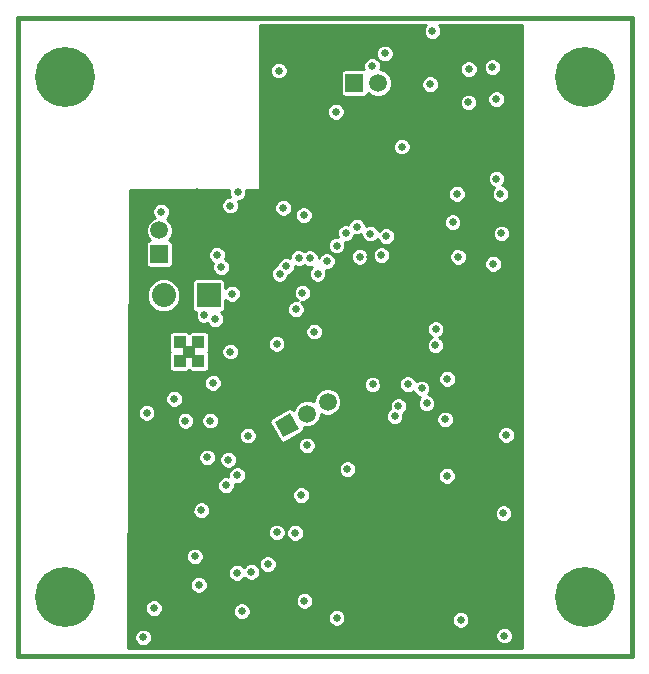
<source format=gbr>
G04 (created by PCBNEW (2013-mar-13)-testing) date Fri 19 Jul 2013 02:37:30 PM PDT*
%MOIN*%
G04 Gerber Fmt 3.4, Leading zero omitted, Abs format*
%FSLAX34Y34*%
G01*
G70*
G90*
G04 APERTURE LIST*
%ADD10C,0.005906*%
%ADD11C,0.015000*%
%ADD12R,0.039370X0.039370*%
%ADD13C,0.080000*%
%ADD14R,0.080000X0.080000*%
%ADD15C,0.059055*%
%ADD16R,0.059055X0.059055*%
%ADD17C,0.200000*%
%ADD18C,0.026000*%
%ADD19C,0.009000*%
G04 APERTURE END LIST*
G54D10*
G54D11*
X87401Y-31102D02*
X87401Y-52362D01*
X66929Y-31102D02*
X87401Y-31102D01*
X66929Y-52362D02*
X66929Y-31102D01*
X87401Y-52362D02*
X66929Y-52362D01*
G54D12*
X72322Y-41909D03*
X72952Y-41909D03*
X72637Y-42224D03*
X72322Y-42539D03*
X72952Y-42539D03*
G54D13*
X71789Y-40354D03*
G54D14*
X73289Y-40354D03*
G54D15*
X76574Y-44291D03*
X77256Y-43897D03*
G54D10*
G36*
X75784Y-45088D02*
X75489Y-44576D01*
X76000Y-44281D01*
X76296Y-44793D01*
X75784Y-45088D01*
X75784Y-45088D01*
G37*
G54D16*
X71653Y-38976D03*
G54D15*
X71653Y-38188D03*
G54D16*
X78149Y-33267D03*
G54D15*
X78937Y-33267D03*
G54D17*
X68502Y-33070D03*
X68502Y-50393D03*
X85825Y-50393D03*
X85825Y-33070D03*
G54D18*
X75561Y-48254D03*
X76177Y-48270D03*
X74249Y-46347D03*
X73579Y-39006D03*
X74008Y-37357D03*
X79489Y-44386D03*
X73151Y-41008D03*
X72834Y-49055D03*
X71466Y-50777D03*
X76462Y-37680D03*
X83149Y-51692D03*
X83117Y-47617D03*
X77921Y-46143D03*
X81692Y-51172D03*
X83208Y-45001D03*
X74071Y-40298D03*
X76377Y-47012D03*
X71712Y-37557D03*
X82881Y-33812D03*
X71225Y-44268D03*
X82780Y-39304D03*
X72520Y-44529D03*
X74256Y-36914D03*
X77559Y-51102D03*
X80754Y-31540D03*
X71108Y-51752D03*
X73340Y-44523D03*
X74394Y-50884D03*
X78740Y-32711D03*
X73714Y-39406D03*
X75261Y-49312D03*
X75630Y-32857D03*
X80856Y-41478D03*
X81960Y-32813D03*
X78755Y-43321D03*
X79727Y-35391D03*
X76484Y-50532D03*
X82884Y-36462D03*
X76289Y-39106D03*
X80556Y-43950D03*
X81236Y-46366D03*
X76204Y-40816D03*
X76568Y-45353D03*
X79210Y-38380D03*
X77538Y-34230D03*
X77229Y-39214D03*
X75875Y-39374D03*
X81565Y-36969D03*
X81424Y-37917D03*
X76922Y-39629D03*
X75656Y-39629D03*
X75783Y-37438D03*
X73436Y-43265D03*
X73871Y-46684D03*
X74015Y-42224D03*
X72145Y-43799D03*
X82753Y-32740D03*
X83021Y-36971D03*
X83054Y-38287D03*
X81607Y-39063D03*
X81953Y-33922D03*
X73948Y-45828D03*
X73049Y-47515D03*
X72961Y-50000D03*
X74237Y-49600D03*
X73505Y-41143D03*
X78326Y-39063D03*
X78237Y-38057D03*
X79619Y-44042D03*
X79937Y-43310D03*
X80391Y-43455D03*
X77863Y-38275D03*
X81177Y-44488D03*
X81241Y-43134D03*
X80850Y-42015D03*
X79167Y-32289D03*
X80675Y-33315D03*
X77559Y-38690D03*
X76665Y-39113D03*
X76420Y-40267D03*
X76809Y-41559D03*
X74717Y-49568D03*
X74596Y-45026D03*
X79052Y-39010D03*
X73240Y-45754D03*
X78680Y-38292D03*
X75558Y-41968D03*
X79920Y-32055D03*
X83149Y-50000D03*
X82630Y-35076D03*
X80802Y-35103D03*
X75626Y-34010D03*
X72894Y-36914D03*
X80236Y-46371D03*
X76571Y-41329D03*
X78312Y-44875D03*
X83206Y-31840D03*
X73071Y-45023D03*
X72443Y-48269D03*
X79094Y-43256D03*
X80784Y-37159D03*
X76757Y-38254D03*
X80852Y-40728D03*
X75658Y-32083D03*
X78659Y-39068D03*
X82150Y-36840D03*
X76606Y-43117D03*
X75532Y-42513D03*
X82045Y-43897D03*
G54D10*
G36*
X83738Y-52122D02*
X83503Y-52122D01*
X83503Y-44943D01*
X83458Y-44834D01*
X83375Y-44751D01*
X83349Y-44740D01*
X83349Y-38229D01*
X83316Y-38149D01*
X83316Y-36913D01*
X83271Y-36804D01*
X83188Y-36721D01*
X83084Y-36678D01*
X83134Y-36629D01*
X83179Y-36520D01*
X83179Y-36403D01*
X83176Y-36396D01*
X83176Y-33754D01*
X83131Y-33645D01*
X83048Y-33562D01*
X83048Y-33562D01*
X83048Y-32681D01*
X83003Y-32573D01*
X82920Y-32490D01*
X82812Y-32445D01*
X82694Y-32445D01*
X82586Y-32490D01*
X82503Y-32572D01*
X82458Y-32681D01*
X82458Y-32798D01*
X82502Y-32907D01*
X82585Y-32990D01*
X82694Y-33035D01*
X82811Y-33035D01*
X82920Y-32990D01*
X83003Y-32907D01*
X83048Y-32799D01*
X83048Y-32681D01*
X83048Y-33562D01*
X82940Y-33517D01*
X82822Y-33517D01*
X82714Y-33562D01*
X82631Y-33645D01*
X82586Y-33753D01*
X82586Y-33871D01*
X82631Y-33979D01*
X82714Y-34062D01*
X82822Y-34107D01*
X82939Y-34107D01*
X83048Y-34063D01*
X83131Y-33980D01*
X83176Y-33871D01*
X83176Y-33754D01*
X83176Y-36396D01*
X83134Y-36295D01*
X83051Y-36212D01*
X82943Y-36167D01*
X82826Y-36166D01*
X82717Y-36211D01*
X82634Y-36294D01*
X82589Y-36403D01*
X82589Y-36520D01*
X82634Y-36628D01*
X82717Y-36711D01*
X82820Y-36754D01*
X82771Y-36804D01*
X82726Y-36912D01*
X82726Y-37030D01*
X82770Y-37138D01*
X82853Y-37221D01*
X82962Y-37266D01*
X83079Y-37266D01*
X83188Y-37221D01*
X83271Y-37138D01*
X83316Y-37030D01*
X83316Y-36913D01*
X83316Y-38149D01*
X83304Y-38120D01*
X83221Y-38037D01*
X83113Y-37992D01*
X82995Y-37992D01*
X82887Y-38037D01*
X82804Y-38120D01*
X82759Y-38228D01*
X82759Y-38346D01*
X82803Y-38454D01*
X82886Y-38537D01*
X82995Y-38582D01*
X83112Y-38582D01*
X83221Y-38538D01*
X83304Y-38455D01*
X83349Y-38346D01*
X83349Y-38229D01*
X83349Y-44740D01*
X83266Y-44706D01*
X83149Y-44706D01*
X83075Y-44737D01*
X83075Y-39246D01*
X83030Y-39137D01*
X82947Y-39054D01*
X82839Y-39009D01*
X82721Y-39009D01*
X82613Y-39054D01*
X82530Y-39137D01*
X82485Y-39245D01*
X82485Y-39363D01*
X82530Y-39471D01*
X82612Y-39554D01*
X82721Y-39599D01*
X82838Y-39599D01*
X82947Y-39554D01*
X83030Y-39472D01*
X83075Y-39363D01*
X83075Y-39246D01*
X83075Y-44737D01*
X83041Y-44751D01*
X82958Y-44834D01*
X82913Y-44942D01*
X82912Y-45060D01*
X82957Y-45168D01*
X83040Y-45251D01*
X83149Y-45296D01*
X83266Y-45296D01*
X83374Y-45251D01*
X83457Y-45169D01*
X83502Y-45060D01*
X83503Y-44943D01*
X83503Y-52122D01*
X83444Y-52122D01*
X83444Y-51634D01*
X83412Y-51557D01*
X83412Y-47559D01*
X83367Y-47450D01*
X83284Y-47367D01*
X83176Y-47322D01*
X83059Y-47322D01*
X82950Y-47367D01*
X82867Y-47450D01*
X82822Y-47558D01*
X82822Y-47675D01*
X82867Y-47784D01*
X82950Y-47867D01*
X83058Y-47912D01*
X83176Y-47912D01*
X83284Y-47867D01*
X83367Y-47784D01*
X83412Y-47676D01*
X83412Y-47559D01*
X83412Y-51557D01*
X83399Y-51526D01*
X83316Y-51442D01*
X83208Y-51397D01*
X83091Y-51397D01*
X82982Y-51442D01*
X82899Y-51525D01*
X82854Y-51633D01*
X82854Y-51751D01*
X82899Y-51859D01*
X82982Y-51942D01*
X83090Y-51987D01*
X83208Y-51987D01*
X83316Y-51943D01*
X83399Y-51860D01*
X83444Y-51751D01*
X83444Y-51634D01*
X83444Y-52122D01*
X82255Y-52122D01*
X82255Y-32755D01*
X82211Y-32646D01*
X82128Y-32563D01*
X82019Y-32518D01*
X81902Y-32518D01*
X81794Y-32563D01*
X81710Y-32646D01*
X81665Y-32754D01*
X81665Y-32872D01*
X81710Y-32980D01*
X81793Y-33063D01*
X81901Y-33108D01*
X82019Y-33108D01*
X82127Y-33063D01*
X82210Y-32980D01*
X82255Y-32872D01*
X82255Y-32755D01*
X82255Y-52122D01*
X82248Y-52122D01*
X82248Y-33863D01*
X82204Y-33755D01*
X82121Y-33672D01*
X82012Y-33627D01*
X81895Y-33627D01*
X81786Y-33672D01*
X81703Y-33754D01*
X81658Y-33863D01*
X81658Y-33980D01*
X81703Y-34089D01*
X81786Y-34172D01*
X81894Y-34217D01*
X82012Y-34217D01*
X82120Y-34172D01*
X82203Y-34089D01*
X82248Y-33981D01*
X82248Y-33863D01*
X82248Y-52122D01*
X81987Y-52122D01*
X81987Y-51113D01*
X81942Y-51005D01*
X81902Y-50965D01*
X81902Y-39005D01*
X81860Y-38901D01*
X81860Y-36911D01*
X81815Y-36802D01*
X81732Y-36719D01*
X81623Y-36674D01*
X81506Y-36674D01*
X81398Y-36719D01*
X81315Y-36802D01*
X81270Y-36910D01*
X81269Y-37028D01*
X81314Y-37136D01*
X81397Y-37219D01*
X81506Y-37264D01*
X81623Y-37264D01*
X81731Y-37219D01*
X81814Y-37137D01*
X81859Y-37028D01*
X81860Y-36911D01*
X81860Y-38901D01*
X81858Y-38896D01*
X81775Y-38813D01*
X81719Y-38790D01*
X81719Y-37859D01*
X81674Y-37750D01*
X81591Y-37667D01*
X81483Y-37622D01*
X81365Y-37622D01*
X81257Y-37667D01*
X81174Y-37750D01*
X81129Y-37858D01*
X81129Y-37976D01*
X81173Y-38084D01*
X81256Y-38167D01*
X81365Y-38212D01*
X81482Y-38212D01*
X81591Y-38168D01*
X81674Y-38085D01*
X81719Y-37976D01*
X81719Y-37859D01*
X81719Y-38790D01*
X81666Y-38768D01*
X81549Y-38768D01*
X81440Y-38813D01*
X81357Y-38896D01*
X81312Y-39004D01*
X81312Y-39122D01*
X81357Y-39230D01*
X81440Y-39313D01*
X81548Y-39358D01*
X81666Y-39358D01*
X81774Y-39313D01*
X81857Y-39230D01*
X81902Y-39122D01*
X81902Y-39005D01*
X81902Y-50965D01*
X81859Y-50922D01*
X81751Y-50877D01*
X81634Y-50877D01*
X81536Y-50917D01*
X81536Y-43075D01*
X81491Y-42967D01*
X81409Y-42884D01*
X81300Y-42839D01*
X81183Y-42839D01*
X81151Y-42852D01*
X81151Y-41420D01*
X81106Y-41311D01*
X81024Y-41228D01*
X80970Y-41206D01*
X80970Y-33256D01*
X80925Y-33148D01*
X80842Y-33065D01*
X80734Y-33020D01*
X80616Y-33019D01*
X80508Y-33064D01*
X80425Y-33147D01*
X80380Y-33256D01*
X80380Y-33373D01*
X80425Y-33481D01*
X80507Y-33564D01*
X80616Y-33609D01*
X80733Y-33610D01*
X80842Y-33565D01*
X80925Y-33482D01*
X80970Y-33373D01*
X80970Y-33256D01*
X80970Y-41206D01*
X80915Y-41183D01*
X80798Y-41183D01*
X80689Y-41228D01*
X80606Y-41311D01*
X80561Y-41419D01*
X80561Y-41537D01*
X80606Y-41645D01*
X80689Y-41728D01*
X80730Y-41745D01*
X80683Y-41765D01*
X80600Y-41848D01*
X80555Y-41956D01*
X80555Y-42073D01*
X80600Y-42182D01*
X80683Y-42265D01*
X80791Y-42310D01*
X80908Y-42310D01*
X81017Y-42265D01*
X81100Y-42182D01*
X81145Y-42074D01*
X81145Y-41957D01*
X81100Y-41848D01*
X81017Y-41765D01*
X80976Y-41748D01*
X81023Y-41729D01*
X81106Y-41646D01*
X81151Y-41537D01*
X81151Y-41420D01*
X81151Y-42852D01*
X81074Y-42883D01*
X80991Y-42966D01*
X80946Y-43075D01*
X80946Y-43192D01*
X80991Y-43301D01*
X81074Y-43384D01*
X81182Y-43429D01*
X81300Y-43429D01*
X81408Y-43384D01*
X81491Y-43301D01*
X81536Y-43193D01*
X81536Y-43075D01*
X81536Y-50917D01*
X81531Y-50919D01*
X81531Y-46308D01*
X81487Y-46199D01*
X81472Y-46185D01*
X81472Y-44429D01*
X81427Y-44321D01*
X81344Y-44238D01*
X81236Y-44193D01*
X81119Y-44193D01*
X81010Y-44237D01*
X80927Y-44320D01*
X80882Y-44429D01*
X80882Y-44546D01*
X80927Y-44655D01*
X81010Y-44738D01*
X81118Y-44783D01*
X81236Y-44783D01*
X81344Y-44738D01*
X81427Y-44655D01*
X81472Y-44547D01*
X81472Y-44429D01*
X81472Y-46185D01*
X81404Y-46116D01*
X81295Y-46071D01*
X81178Y-46071D01*
X81069Y-46116D01*
X80986Y-46199D01*
X80941Y-46307D01*
X80941Y-46424D01*
X80986Y-46533D01*
X81069Y-46616D01*
X81177Y-46661D01*
X81295Y-46661D01*
X81403Y-46616D01*
X81486Y-46533D01*
X81531Y-46425D01*
X81531Y-46308D01*
X81531Y-50919D01*
X81525Y-50921D01*
X81442Y-51004D01*
X81397Y-51113D01*
X81397Y-51230D01*
X81442Y-51339D01*
X81525Y-51422D01*
X81633Y-51467D01*
X81750Y-51467D01*
X81859Y-51422D01*
X81942Y-51339D01*
X81987Y-51231D01*
X81987Y-51113D01*
X81987Y-52122D01*
X80851Y-52122D01*
X80851Y-43892D01*
X80806Y-43783D01*
X80723Y-43700D01*
X80615Y-43655D01*
X80607Y-43655D01*
X80641Y-43622D01*
X80686Y-43514D01*
X80686Y-43396D01*
X80641Y-43288D01*
X80558Y-43205D01*
X80450Y-43160D01*
X80332Y-43160D01*
X80224Y-43205D01*
X80216Y-43212D01*
X80187Y-43143D01*
X80104Y-43060D01*
X80023Y-43026D01*
X80023Y-35333D01*
X79978Y-35224D01*
X79895Y-35141D01*
X79786Y-35096D01*
X79669Y-35096D01*
X79561Y-35141D01*
X79478Y-35224D01*
X79462Y-35260D01*
X79462Y-32231D01*
X79418Y-32122D01*
X79335Y-32039D01*
X79226Y-31994D01*
X79109Y-31994D01*
X79000Y-32039D01*
X78917Y-32122D01*
X78872Y-32230D01*
X78872Y-32348D01*
X78917Y-32456D01*
X79000Y-32539D01*
X79108Y-32584D01*
X79226Y-32584D01*
X79334Y-32539D01*
X79417Y-32457D01*
X79462Y-32348D01*
X79462Y-32231D01*
X79462Y-35260D01*
X79433Y-35332D01*
X79432Y-35449D01*
X79477Y-35558D01*
X79560Y-35641D01*
X79669Y-35686D01*
X79786Y-35686D01*
X79894Y-35641D01*
X79977Y-35558D01*
X80022Y-35450D01*
X80023Y-35333D01*
X80023Y-43026D01*
X79996Y-43015D01*
X79879Y-43015D01*
X79770Y-43060D01*
X79687Y-43142D01*
X79642Y-43251D01*
X79642Y-43368D01*
X79687Y-43477D01*
X79770Y-43560D01*
X79878Y-43605D01*
X79995Y-43605D01*
X80104Y-43560D01*
X80112Y-43552D01*
X80140Y-43622D01*
X80223Y-43705D01*
X80332Y-43750D01*
X80339Y-43750D01*
X80306Y-43783D01*
X80261Y-43891D01*
X80261Y-44009D01*
X80306Y-44117D01*
X80388Y-44200D01*
X80497Y-44245D01*
X80614Y-44245D01*
X80723Y-44201D01*
X80806Y-44118D01*
X80851Y-44009D01*
X80851Y-43892D01*
X80851Y-52122D01*
X79914Y-52122D01*
X79914Y-43983D01*
X79869Y-43875D01*
X79786Y-43792D01*
X79678Y-43747D01*
X79560Y-43747D01*
X79505Y-43770D01*
X79505Y-38321D01*
X79460Y-38213D01*
X79397Y-38149D01*
X79397Y-33176D01*
X79327Y-33007D01*
X79198Y-32877D01*
X79028Y-32807D01*
X79019Y-32807D01*
X79035Y-32770D01*
X79035Y-32653D01*
X78990Y-32544D01*
X78907Y-32461D01*
X78799Y-32416D01*
X78681Y-32416D01*
X78573Y-32461D01*
X78490Y-32544D01*
X78445Y-32652D01*
X78445Y-32770D01*
X78460Y-32807D01*
X78412Y-32807D01*
X77821Y-32807D01*
X77760Y-32832D01*
X77714Y-32878D01*
X77689Y-32939D01*
X77689Y-33005D01*
X77689Y-33595D01*
X77714Y-33656D01*
X77760Y-33702D01*
X77821Y-33727D01*
X77887Y-33727D01*
X78477Y-33727D01*
X78538Y-33702D01*
X78584Y-33656D01*
X78609Y-33595D01*
X78609Y-33591D01*
X78675Y-33657D01*
X78845Y-33727D01*
X79028Y-33728D01*
X79197Y-33658D01*
X79326Y-33528D01*
X79397Y-33359D01*
X79397Y-33176D01*
X79397Y-38149D01*
X79377Y-38130D01*
X79269Y-38085D01*
X79152Y-38084D01*
X79043Y-38129D01*
X78965Y-38208D01*
X78930Y-38125D01*
X78847Y-38042D01*
X78739Y-37997D01*
X78622Y-37997D01*
X78532Y-38034D01*
X78532Y-37999D01*
X78487Y-37890D01*
X78404Y-37807D01*
X78296Y-37762D01*
X78178Y-37762D01*
X78070Y-37807D01*
X77987Y-37890D01*
X77945Y-37990D01*
X77922Y-37980D01*
X77833Y-37980D01*
X77833Y-34172D01*
X77788Y-34064D01*
X77705Y-33981D01*
X77597Y-33936D01*
X77479Y-33935D01*
X77371Y-33980D01*
X77288Y-34063D01*
X77243Y-34172D01*
X77243Y-34289D01*
X77287Y-34397D01*
X77370Y-34480D01*
X77479Y-34525D01*
X77596Y-34526D01*
X77704Y-34481D01*
X77788Y-34398D01*
X77833Y-34289D01*
X77833Y-34172D01*
X77833Y-37980D01*
X77805Y-37980D01*
X77696Y-38025D01*
X77613Y-38108D01*
X77568Y-38216D01*
X77568Y-38333D01*
X77593Y-38395D01*
X77500Y-38395D01*
X77392Y-38440D01*
X77309Y-38522D01*
X77264Y-38631D01*
X77264Y-38748D01*
X77308Y-38857D01*
X77391Y-38940D01*
X77500Y-38985D01*
X77617Y-38985D01*
X77725Y-38940D01*
X77808Y-38857D01*
X77854Y-38749D01*
X77854Y-38631D01*
X77828Y-38570D01*
X77921Y-38570D01*
X78030Y-38525D01*
X78113Y-38442D01*
X78154Y-38342D01*
X78178Y-38352D01*
X78295Y-38352D01*
X78385Y-38315D01*
X78385Y-38350D01*
X78430Y-38459D01*
X78513Y-38542D01*
X78621Y-38587D01*
X78739Y-38587D01*
X78847Y-38542D01*
X78926Y-38464D01*
X78960Y-38546D01*
X79043Y-38629D01*
X79151Y-38674D01*
X79268Y-38675D01*
X79377Y-38630D01*
X79460Y-38547D01*
X79505Y-38438D01*
X79505Y-38321D01*
X79505Y-43770D01*
X79452Y-43792D01*
X79369Y-43875D01*
X79347Y-43927D01*
X79347Y-38952D01*
X79302Y-38843D01*
X79219Y-38760D01*
X79111Y-38715D01*
X78993Y-38715D01*
X78885Y-38760D01*
X78802Y-38843D01*
X78757Y-38951D01*
X78757Y-39069D01*
X78802Y-39177D01*
X78885Y-39260D01*
X78993Y-39305D01*
X79110Y-39305D01*
X79219Y-39261D01*
X79302Y-39178D01*
X79347Y-39069D01*
X79347Y-38952D01*
X79347Y-43927D01*
X79324Y-43983D01*
X79324Y-44100D01*
X79336Y-44130D01*
X79322Y-44136D01*
X79239Y-44219D01*
X79194Y-44327D01*
X79194Y-44445D01*
X79239Y-44553D01*
X79322Y-44636D01*
X79430Y-44681D01*
X79548Y-44681D01*
X79656Y-44637D01*
X79739Y-44554D01*
X79784Y-44445D01*
X79784Y-44328D01*
X79772Y-44298D01*
X79786Y-44292D01*
X79869Y-44209D01*
X79914Y-44101D01*
X79914Y-43983D01*
X79914Y-52122D01*
X79050Y-52122D01*
X79050Y-43263D01*
X79005Y-43155D01*
X78922Y-43071D01*
X78814Y-43026D01*
X78697Y-43026D01*
X78621Y-43058D01*
X78621Y-39005D01*
X78577Y-38897D01*
X78494Y-38813D01*
X78385Y-38768D01*
X78268Y-38768D01*
X78159Y-38813D01*
X78076Y-38896D01*
X78031Y-39004D01*
X78031Y-39122D01*
X78076Y-39230D01*
X78159Y-39313D01*
X78267Y-39358D01*
X78385Y-39358D01*
X78493Y-39314D01*
X78576Y-39231D01*
X78621Y-39122D01*
X78621Y-39005D01*
X78621Y-43058D01*
X78588Y-43071D01*
X78505Y-43154D01*
X78460Y-43262D01*
X78460Y-43380D01*
X78505Y-43488D01*
X78588Y-43571D01*
X78696Y-43616D01*
X78814Y-43616D01*
X78922Y-43572D01*
X79005Y-43489D01*
X79050Y-43380D01*
X79050Y-43263D01*
X79050Y-52122D01*
X78216Y-52122D01*
X78216Y-46084D01*
X78171Y-45976D01*
X78088Y-45893D01*
X77980Y-45848D01*
X77863Y-45848D01*
X77754Y-45893D01*
X77717Y-45930D01*
X77717Y-43806D01*
X77647Y-43637D01*
X77524Y-43514D01*
X77524Y-39155D01*
X77479Y-39047D01*
X77396Y-38964D01*
X77288Y-38919D01*
X77170Y-38919D01*
X77062Y-38964D01*
X76979Y-39047D01*
X76960Y-39093D01*
X76960Y-39055D01*
X76915Y-38946D01*
X76832Y-38863D01*
X76757Y-38832D01*
X76757Y-37621D01*
X76713Y-37513D01*
X76630Y-37430D01*
X76521Y-37385D01*
X76404Y-37385D01*
X76295Y-37429D01*
X76212Y-37512D01*
X76167Y-37621D01*
X76167Y-37738D01*
X76212Y-37847D01*
X76295Y-37930D01*
X76403Y-37975D01*
X76521Y-37975D01*
X76629Y-37930D01*
X76712Y-37847D01*
X76757Y-37739D01*
X76757Y-37621D01*
X76757Y-38832D01*
X76723Y-38818D01*
X76606Y-38818D01*
X76498Y-38863D01*
X76481Y-38880D01*
X76456Y-38856D01*
X76348Y-38811D01*
X76231Y-38810D01*
X76122Y-38855D01*
X76078Y-38899D01*
X76078Y-37380D01*
X76033Y-37271D01*
X75950Y-37188D01*
X75925Y-37177D01*
X75925Y-32799D01*
X75880Y-32690D01*
X75797Y-32607D01*
X75688Y-32562D01*
X75571Y-32562D01*
X75463Y-32607D01*
X75380Y-32690D01*
X75335Y-32798D01*
X75334Y-32916D01*
X75379Y-33024D01*
X75462Y-33107D01*
X75571Y-33152D01*
X75688Y-33152D01*
X75796Y-33108D01*
X75879Y-33025D01*
X75924Y-32916D01*
X75925Y-32799D01*
X75925Y-37177D01*
X75842Y-37143D01*
X75725Y-37143D01*
X75616Y-37188D01*
X75533Y-37271D01*
X75488Y-37379D01*
X75488Y-37496D01*
X75533Y-37605D01*
X75616Y-37688D01*
X75724Y-37733D01*
X75841Y-37733D01*
X75950Y-37688D01*
X76033Y-37605D01*
X76078Y-37497D01*
X76078Y-37380D01*
X76078Y-38899D01*
X76039Y-38938D01*
X75994Y-39047D01*
X75994Y-39104D01*
X75934Y-39079D01*
X75817Y-39079D01*
X75708Y-39123D01*
X75625Y-39206D01*
X75580Y-39315D01*
X75580Y-39341D01*
X75489Y-39378D01*
X75406Y-39461D01*
X75361Y-39570D01*
X75360Y-39687D01*
X75405Y-39796D01*
X75488Y-39879D01*
X75597Y-39924D01*
X75714Y-39924D01*
X75822Y-39879D01*
X75905Y-39796D01*
X75950Y-39688D01*
X75950Y-39662D01*
X76042Y-39624D01*
X76125Y-39541D01*
X76170Y-39433D01*
X76170Y-39376D01*
X76230Y-39400D01*
X76347Y-39401D01*
X76456Y-39356D01*
X76473Y-39339D01*
X76497Y-39363D01*
X76606Y-39408D01*
X76723Y-39408D01*
X76727Y-39407D01*
X76672Y-39461D01*
X76627Y-39570D01*
X76627Y-39687D01*
X76672Y-39796D01*
X76755Y-39879D01*
X76863Y-39924D01*
X76980Y-39924D01*
X77089Y-39879D01*
X77172Y-39796D01*
X77217Y-39688D01*
X77217Y-39570D01*
X77192Y-39509D01*
X77287Y-39509D01*
X77396Y-39464D01*
X77479Y-39381D01*
X77524Y-39273D01*
X77524Y-39155D01*
X77524Y-43514D01*
X77517Y-43507D01*
X77348Y-43437D01*
X77165Y-43437D01*
X77104Y-43462D01*
X77104Y-41500D01*
X77059Y-41392D01*
X76976Y-41309D01*
X76868Y-41264D01*
X76751Y-41264D01*
X76715Y-41278D01*
X76715Y-40209D01*
X76670Y-40100D01*
X76587Y-40017D01*
X76478Y-39972D01*
X76361Y-39972D01*
X76253Y-40017D01*
X76170Y-40100D01*
X76125Y-40208D01*
X76124Y-40326D01*
X76169Y-40434D01*
X76252Y-40517D01*
X76261Y-40521D01*
X76145Y-40521D01*
X76037Y-40566D01*
X75954Y-40649D01*
X75909Y-40757D01*
X75909Y-40874D01*
X75953Y-40983D01*
X76036Y-41066D01*
X76145Y-41111D01*
X76262Y-41111D01*
X76371Y-41066D01*
X76454Y-40983D01*
X76499Y-40875D01*
X76499Y-40758D01*
X76454Y-40649D01*
X76371Y-40566D01*
X76362Y-40562D01*
X76478Y-40562D01*
X76586Y-40518D01*
X76669Y-40435D01*
X76714Y-40326D01*
X76715Y-40209D01*
X76715Y-41278D01*
X76642Y-41308D01*
X76559Y-41391D01*
X76514Y-41500D01*
X76514Y-41617D01*
X76559Y-41726D01*
X76642Y-41809D01*
X76750Y-41854D01*
X76867Y-41854D01*
X76976Y-41809D01*
X77059Y-41726D01*
X77104Y-41618D01*
X77104Y-41500D01*
X77104Y-43462D01*
X76996Y-43507D01*
X76866Y-43636D01*
X76796Y-43805D01*
X76796Y-43884D01*
X76666Y-43831D01*
X76483Y-43830D01*
X76314Y-43900D01*
X76184Y-44030D01*
X76126Y-44170D01*
X76075Y-44130D01*
X76011Y-44113D01*
X75946Y-44122D01*
X75890Y-44155D01*
X75853Y-44176D01*
X75853Y-41910D01*
X75808Y-41802D01*
X75725Y-41719D01*
X75617Y-41674D01*
X75500Y-41673D01*
X75391Y-41718D01*
X75308Y-41801D01*
X75263Y-41910D01*
X75263Y-42027D01*
X75308Y-42135D01*
X75391Y-42218D01*
X75499Y-42263D01*
X75617Y-42264D01*
X75725Y-42219D01*
X75808Y-42136D01*
X75853Y-42027D01*
X75853Y-41910D01*
X75853Y-44176D01*
X75378Y-44450D01*
X75338Y-44502D01*
X75321Y-44565D01*
X75330Y-44631D01*
X75363Y-44687D01*
X75658Y-45199D01*
X75710Y-45239D01*
X75773Y-45256D01*
X75838Y-45247D01*
X75895Y-45214D01*
X76407Y-44919D01*
X76447Y-44867D01*
X76464Y-44804D01*
X76455Y-44740D01*
X76482Y-44751D01*
X76665Y-44751D01*
X76835Y-44681D01*
X76964Y-44552D01*
X77034Y-44383D01*
X77035Y-44303D01*
X77164Y-44357D01*
X77347Y-44357D01*
X77517Y-44288D01*
X77646Y-44158D01*
X77716Y-43989D01*
X77717Y-43806D01*
X77717Y-45930D01*
X77671Y-45976D01*
X77626Y-46084D01*
X77626Y-46201D01*
X77671Y-46310D01*
X77754Y-46393D01*
X77862Y-46438D01*
X77980Y-46438D01*
X78088Y-46393D01*
X78171Y-46310D01*
X78216Y-46202D01*
X78216Y-46084D01*
X78216Y-52122D01*
X77854Y-52122D01*
X77854Y-51043D01*
X77809Y-50935D01*
X77726Y-50852D01*
X77617Y-50807D01*
X77500Y-50807D01*
X77392Y-50852D01*
X77309Y-50935D01*
X77264Y-51043D01*
X77264Y-51160D01*
X77308Y-51269D01*
X77391Y-51352D01*
X77500Y-51397D01*
X77617Y-51397D01*
X77725Y-51352D01*
X77808Y-51269D01*
X77854Y-51161D01*
X77854Y-51043D01*
X77854Y-52122D01*
X76863Y-52122D01*
X76863Y-45295D01*
X76818Y-45186D01*
X76735Y-45103D01*
X76627Y-45058D01*
X76510Y-45058D01*
X76401Y-45103D01*
X76318Y-45186D01*
X76273Y-45294D01*
X76273Y-45411D01*
X76318Y-45520D01*
X76401Y-45603D01*
X76509Y-45648D01*
X76627Y-45648D01*
X76735Y-45603D01*
X76818Y-45520D01*
X76863Y-45412D01*
X76863Y-45295D01*
X76863Y-52122D01*
X76779Y-52122D01*
X76779Y-50473D01*
X76735Y-50365D01*
X76673Y-50303D01*
X76673Y-46953D01*
X76628Y-46845D01*
X76545Y-46762D01*
X76436Y-46717D01*
X76319Y-46717D01*
X76211Y-46761D01*
X76128Y-46844D01*
X76083Y-46953D01*
X76082Y-47070D01*
X76127Y-47179D01*
X76210Y-47262D01*
X76319Y-47307D01*
X76436Y-47307D01*
X76544Y-47262D01*
X76627Y-47179D01*
X76672Y-47071D01*
X76673Y-46953D01*
X76673Y-50303D01*
X76652Y-50282D01*
X76543Y-50237D01*
X76472Y-50237D01*
X76472Y-48212D01*
X76428Y-48103D01*
X76345Y-48020D01*
X76236Y-47975D01*
X76119Y-47975D01*
X76010Y-48020D01*
X75927Y-48103D01*
X75882Y-48211D01*
X75882Y-48329D01*
X75927Y-48437D01*
X76010Y-48520D01*
X76118Y-48565D01*
X76236Y-48565D01*
X76344Y-48521D01*
X76427Y-48438D01*
X76472Y-48329D01*
X76472Y-48212D01*
X76472Y-50237D01*
X76426Y-50237D01*
X76318Y-50282D01*
X76234Y-50364D01*
X76189Y-50473D01*
X76189Y-50590D01*
X76234Y-50699D01*
X76317Y-50782D01*
X76425Y-50827D01*
X76543Y-50827D01*
X76651Y-50782D01*
X76734Y-50699D01*
X76779Y-50591D01*
X76779Y-50473D01*
X76779Y-52122D01*
X75856Y-52122D01*
X75856Y-48196D01*
X75811Y-48087D01*
X75729Y-48004D01*
X75620Y-47959D01*
X75503Y-47959D01*
X75394Y-48004D01*
X75311Y-48087D01*
X75266Y-48195D01*
X75266Y-48313D01*
X75311Y-48421D01*
X75394Y-48504D01*
X75502Y-48549D01*
X75620Y-48549D01*
X75728Y-48504D01*
X75811Y-48422D01*
X75856Y-48313D01*
X75856Y-48196D01*
X75856Y-52122D01*
X75556Y-52122D01*
X75556Y-49253D01*
X75511Y-49145D01*
X75428Y-49062D01*
X75320Y-49017D01*
X75203Y-49017D01*
X75094Y-49062D01*
X75011Y-49145D01*
X74966Y-49253D01*
X74966Y-49370D01*
X75011Y-49479D01*
X75094Y-49562D01*
X75202Y-49607D01*
X75319Y-49607D01*
X75428Y-49562D01*
X75511Y-49479D01*
X75556Y-49371D01*
X75556Y-49253D01*
X75556Y-52122D01*
X75012Y-52122D01*
X75012Y-49510D01*
X74967Y-49401D01*
X74891Y-49325D01*
X74891Y-44967D01*
X74846Y-44859D01*
X74763Y-44776D01*
X74655Y-44731D01*
X74538Y-44731D01*
X74429Y-44775D01*
X74366Y-44838D01*
X74366Y-40239D01*
X74322Y-40131D01*
X74239Y-40048D01*
X74130Y-40003D01*
X74013Y-40003D01*
X74009Y-40004D01*
X74009Y-39347D01*
X73964Y-39239D01*
X73882Y-39156D01*
X73842Y-39140D01*
X73874Y-39065D01*
X73874Y-38947D01*
X73829Y-38839D01*
X73746Y-38756D01*
X73638Y-38711D01*
X73520Y-38711D01*
X73412Y-38755D01*
X73329Y-38838D01*
X73284Y-38947D01*
X73284Y-39064D01*
X73328Y-39172D01*
X73411Y-39256D01*
X73451Y-39272D01*
X73419Y-39347D01*
X73419Y-39464D01*
X73464Y-39573D01*
X73547Y-39656D01*
X73655Y-39701D01*
X73773Y-39701D01*
X73881Y-39656D01*
X73964Y-39573D01*
X74009Y-39465D01*
X74009Y-39347D01*
X74009Y-40004D01*
X73905Y-40047D01*
X73854Y-40098D01*
X73854Y-39921D01*
X73829Y-39860D01*
X73782Y-39814D01*
X73722Y-39789D01*
X73656Y-39789D01*
X72856Y-39789D01*
X72795Y-39814D01*
X72749Y-39860D01*
X72724Y-39921D01*
X72724Y-39987D01*
X72724Y-40787D01*
X72749Y-40847D01*
X72795Y-40894D01*
X72856Y-40919D01*
X72869Y-40919D01*
X72857Y-40949D01*
X72856Y-41066D01*
X72901Y-41175D01*
X72984Y-41258D01*
X73093Y-41303D01*
X73210Y-41303D01*
X73246Y-41288D01*
X73255Y-41310D01*
X73338Y-41393D01*
X73447Y-41438D01*
X73564Y-41438D01*
X73672Y-41394D01*
X73755Y-41311D01*
X73800Y-41202D01*
X73801Y-41085D01*
X73756Y-40976D01*
X73698Y-40919D01*
X73722Y-40919D01*
X73782Y-40894D01*
X73829Y-40847D01*
X73854Y-40787D01*
X73854Y-40721D01*
X73854Y-40497D01*
X73904Y-40548D01*
X74012Y-40593D01*
X74130Y-40593D01*
X74238Y-40548D01*
X74321Y-40465D01*
X74366Y-40357D01*
X74366Y-40239D01*
X74366Y-44838D01*
X74346Y-44858D01*
X74310Y-44945D01*
X74310Y-42165D01*
X74265Y-42057D01*
X74183Y-41974D01*
X74074Y-41929D01*
X73957Y-41929D01*
X73848Y-41974D01*
X73765Y-42057D01*
X73720Y-42165D01*
X73720Y-42282D01*
X73765Y-42391D01*
X73848Y-42474D01*
X73956Y-42519D01*
X74074Y-42519D01*
X74182Y-42474D01*
X74265Y-42391D01*
X74310Y-42283D01*
X74310Y-42165D01*
X74310Y-44945D01*
X74301Y-44967D01*
X74301Y-45084D01*
X74346Y-45193D01*
X74429Y-45276D01*
X74537Y-45321D01*
X74655Y-45321D01*
X74763Y-45276D01*
X74846Y-45193D01*
X74891Y-45085D01*
X74891Y-44967D01*
X74891Y-49325D01*
X74884Y-49318D01*
X74776Y-49273D01*
X74658Y-49273D01*
X74550Y-49318D01*
X74544Y-49324D01*
X74544Y-46289D01*
X74499Y-46180D01*
X74417Y-46097D01*
X74308Y-46052D01*
X74243Y-46052D01*
X74243Y-45770D01*
X74199Y-45661D01*
X74116Y-45578D01*
X74007Y-45533D01*
X73890Y-45533D01*
X73781Y-45578D01*
X73731Y-45628D01*
X73731Y-43207D01*
X73686Y-43099D01*
X73603Y-43015D01*
X73495Y-42970D01*
X73378Y-42970D01*
X73314Y-42997D01*
X73314Y-42769D01*
X73314Y-42703D01*
X73314Y-42309D01*
X73289Y-42249D01*
X73264Y-42224D01*
X73289Y-42199D01*
X73314Y-42139D01*
X73314Y-42073D01*
X73314Y-41679D01*
X73289Y-41619D01*
X73243Y-41572D01*
X73182Y-41547D01*
X73116Y-41547D01*
X72723Y-41547D01*
X72662Y-41572D01*
X72637Y-41597D01*
X72613Y-41572D01*
X72552Y-41547D01*
X72486Y-41547D01*
X72354Y-41547D01*
X72354Y-40242D01*
X72268Y-40034D01*
X72113Y-39879D01*
X72113Y-38097D01*
X72043Y-37928D01*
X71914Y-37799D01*
X71896Y-37791D01*
X71962Y-37725D01*
X72007Y-37616D01*
X72007Y-37499D01*
X71962Y-37391D01*
X71879Y-37308D01*
X71771Y-37263D01*
X71653Y-37262D01*
X71545Y-37307D01*
X71462Y-37390D01*
X71417Y-37499D01*
X71417Y-37616D01*
X71462Y-37724D01*
X71494Y-37756D01*
X71393Y-37798D01*
X71263Y-37927D01*
X71193Y-38097D01*
X71193Y-38280D01*
X71263Y-38449D01*
X71329Y-38516D01*
X71325Y-38516D01*
X71264Y-38541D01*
X71218Y-38587D01*
X71193Y-38648D01*
X71193Y-38713D01*
X71193Y-39304D01*
X71218Y-39365D01*
X71264Y-39411D01*
X71325Y-39436D01*
X71391Y-39436D01*
X71981Y-39436D01*
X72042Y-39411D01*
X72088Y-39365D01*
X72113Y-39304D01*
X72113Y-39238D01*
X72113Y-38648D01*
X72088Y-38587D01*
X72042Y-38541D01*
X71981Y-38516D01*
X71977Y-38516D01*
X72043Y-38450D01*
X72113Y-38280D01*
X72113Y-38097D01*
X72113Y-39879D01*
X72109Y-39875D01*
X71902Y-39789D01*
X71677Y-39789D01*
X71469Y-39875D01*
X71310Y-40033D01*
X71224Y-40241D01*
X71224Y-40466D01*
X71310Y-40673D01*
X71468Y-40833D01*
X71676Y-40919D01*
X71901Y-40919D01*
X72108Y-40833D01*
X72268Y-40674D01*
X72354Y-40467D01*
X72354Y-40242D01*
X72354Y-41547D01*
X72093Y-41547D01*
X72032Y-41572D01*
X71986Y-41619D01*
X71960Y-41679D01*
X71960Y-41745D01*
X71960Y-42139D01*
X71986Y-42199D01*
X72010Y-42224D01*
X71986Y-42249D01*
X71960Y-42309D01*
X71960Y-42375D01*
X71960Y-42769D01*
X71986Y-42829D01*
X72032Y-42876D01*
X72093Y-42901D01*
X72158Y-42901D01*
X72552Y-42901D01*
X72613Y-42876D01*
X72637Y-42851D01*
X72662Y-42876D01*
X72723Y-42901D01*
X72788Y-42901D01*
X73182Y-42901D01*
X73243Y-42876D01*
X73289Y-42829D01*
X73314Y-42769D01*
X73314Y-42997D01*
X73269Y-43015D01*
X73186Y-43098D01*
X73141Y-43206D01*
X73141Y-43324D01*
X73186Y-43432D01*
X73269Y-43515D01*
X73377Y-43560D01*
X73495Y-43560D01*
X73603Y-43516D01*
X73686Y-43433D01*
X73731Y-43324D01*
X73731Y-43207D01*
X73731Y-45628D01*
X73698Y-45661D01*
X73653Y-45769D01*
X73653Y-45886D01*
X73698Y-45995D01*
X73781Y-46078D01*
X73889Y-46123D01*
X74007Y-46123D01*
X74115Y-46078D01*
X74198Y-45995D01*
X74243Y-45887D01*
X74243Y-45770D01*
X74243Y-46052D01*
X74191Y-46052D01*
X74082Y-46097D01*
X73999Y-46180D01*
X73954Y-46288D01*
X73954Y-46399D01*
X73930Y-46389D01*
X73813Y-46389D01*
X73704Y-46433D01*
X73635Y-46503D01*
X73635Y-44465D01*
X73590Y-44357D01*
X73507Y-44273D01*
X73399Y-44228D01*
X73281Y-44228D01*
X73173Y-44273D01*
X73090Y-44356D01*
X73045Y-44465D01*
X73045Y-44582D01*
X73089Y-44690D01*
X73172Y-44773D01*
X73281Y-44818D01*
X73398Y-44818D01*
X73507Y-44774D01*
X73590Y-44691D01*
X73635Y-44582D01*
X73635Y-44465D01*
X73635Y-46503D01*
X73621Y-46516D01*
X73576Y-46625D01*
X73576Y-46742D01*
X73621Y-46850D01*
X73704Y-46934D01*
X73812Y-46979D01*
X73930Y-46979D01*
X74038Y-46934D01*
X74121Y-46851D01*
X74166Y-46743D01*
X74166Y-46632D01*
X74190Y-46642D01*
X74308Y-46642D01*
X74416Y-46597D01*
X74499Y-46514D01*
X74544Y-46406D01*
X74544Y-46289D01*
X74544Y-49324D01*
X74467Y-49401D01*
X74463Y-49409D01*
X74405Y-49350D01*
X74296Y-49305D01*
X74179Y-49305D01*
X74070Y-49350D01*
X73987Y-49433D01*
X73942Y-49541D01*
X73942Y-49659D01*
X73987Y-49767D01*
X74070Y-49850D01*
X74178Y-49895D01*
X74296Y-49895D01*
X74404Y-49850D01*
X74487Y-49767D01*
X74491Y-49759D01*
X74550Y-49818D01*
X74658Y-49863D01*
X74775Y-49863D01*
X74884Y-49818D01*
X74967Y-49736D01*
X75012Y-49627D01*
X75012Y-49510D01*
X75012Y-52122D01*
X74689Y-52122D01*
X74689Y-50825D01*
X74644Y-50717D01*
X74562Y-50634D01*
X74453Y-50589D01*
X74336Y-50589D01*
X74227Y-50633D01*
X74144Y-50716D01*
X74099Y-50825D01*
X74099Y-50942D01*
X74144Y-51050D01*
X74227Y-51134D01*
X74335Y-51179D01*
X74453Y-51179D01*
X74561Y-51134D01*
X74644Y-51051D01*
X74689Y-50943D01*
X74689Y-50825D01*
X74689Y-52122D01*
X73535Y-52122D01*
X73535Y-45695D01*
X73490Y-45587D01*
X73408Y-45504D01*
X73299Y-45459D01*
X73182Y-45459D01*
X73073Y-45503D01*
X72990Y-45586D01*
X72945Y-45695D01*
X72945Y-45812D01*
X72990Y-45921D01*
X73073Y-46004D01*
X73181Y-46049D01*
X73299Y-46049D01*
X73407Y-46004D01*
X73490Y-45921D01*
X73535Y-45813D01*
X73535Y-45695D01*
X73535Y-52122D01*
X73345Y-52122D01*
X73345Y-47457D01*
X73300Y-47348D01*
X73217Y-47265D01*
X73108Y-47220D01*
X72991Y-47220D01*
X72883Y-47265D01*
X72816Y-47332D01*
X72816Y-44471D01*
X72771Y-44362D01*
X72688Y-44279D01*
X72579Y-44234D01*
X72462Y-44234D01*
X72440Y-44243D01*
X72440Y-43740D01*
X72395Y-43632D01*
X72312Y-43549D01*
X72204Y-43504D01*
X72087Y-43504D01*
X71978Y-43548D01*
X71895Y-43631D01*
X71850Y-43740D01*
X71850Y-43857D01*
X71895Y-43966D01*
X71978Y-44049D01*
X72086Y-44094D01*
X72204Y-44094D01*
X72312Y-44049D01*
X72395Y-43966D01*
X72440Y-43858D01*
X72440Y-43740D01*
X72440Y-44243D01*
X72354Y-44279D01*
X72271Y-44362D01*
X72226Y-44470D01*
X72225Y-44587D01*
X72270Y-44696D01*
X72353Y-44779D01*
X72462Y-44824D01*
X72579Y-44824D01*
X72687Y-44779D01*
X72770Y-44696D01*
X72815Y-44588D01*
X72816Y-44471D01*
X72816Y-47332D01*
X72800Y-47348D01*
X72755Y-47456D01*
X72754Y-47574D01*
X72799Y-47682D01*
X72882Y-47765D01*
X72991Y-47810D01*
X73108Y-47810D01*
X73216Y-47766D01*
X73299Y-47683D01*
X73344Y-47574D01*
X73345Y-47457D01*
X73345Y-52122D01*
X73256Y-52122D01*
X73256Y-49942D01*
X73211Y-49833D01*
X73129Y-49752D01*
X73129Y-48996D01*
X73084Y-48888D01*
X73001Y-48805D01*
X72893Y-48760D01*
X72776Y-48760D01*
X72667Y-48804D01*
X72584Y-48887D01*
X72539Y-48996D01*
X72539Y-49113D01*
X72584Y-49222D01*
X72667Y-49305D01*
X72775Y-49350D01*
X72893Y-49350D01*
X73001Y-49305D01*
X73084Y-49222D01*
X73129Y-49114D01*
X73129Y-48996D01*
X73129Y-49752D01*
X73128Y-49750D01*
X73019Y-49705D01*
X72902Y-49705D01*
X72794Y-49750D01*
X72711Y-49833D01*
X72666Y-49941D01*
X72666Y-50059D01*
X72710Y-50167D01*
X72793Y-50250D01*
X72902Y-50295D01*
X73019Y-50295D01*
X73127Y-50251D01*
X73211Y-50168D01*
X73256Y-50059D01*
X73256Y-49942D01*
X73256Y-52122D01*
X71761Y-52122D01*
X71761Y-50718D01*
X71717Y-50610D01*
X71634Y-50527D01*
X71525Y-50482D01*
X71520Y-50482D01*
X71520Y-44210D01*
X71475Y-44102D01*
X71392Y-44018D01*
X71284Y-43973D01*
X71167Y-43973D01*
X71058Y-44018D01*
X70975Y-44101D01*
X70930Y-44209D01*
X70930Y-44327D01*
X70975Y-44435D01*
X71058Y-44518D01*
X71166Y-44563D01*
X71283Y-44563D01*
X71392Y-44519D01*
X71475Y-44436D01*
X71520Y-44327D01*
X71520Y-44210D01*
X71520Y-50482D01*
X71408Y-50482D01*
X71300Y-50527D01*
X71216Y-50610D01*
X71171Y-50718D01*
X71171Y-50835D01*
X71216Y-50944D01*
X71299Y-51027D01*
X71407Y-51072D01*
X71525Y-51072D01*
X71633Y-51027D01*
X71716Y-50944D01*
X71761Y-50836D01*
X71761Y-50718D01*
X71761Y-52122D01*
X71403Y-52122D01*
X71403Y-51693D01*
X71358Y-51585D01*
X71275Y-51502D01*
X71167Y-51457D01*
X71050Y-51457D01*
X70941Y-51502D01*
X70858Y-51584D01*
X70813Y-51693D01*
X70813Y-51810D01*
X70858Y-51919D01*
X70941Y-52002D01*
X71049Y-52047D01*
X71166Y-52047D01*
X71275Y-52002D01*
X71358Y-51919D01*
X71403Y-51811D01*
X71403Y-51693D01*
X71403Y-52122D01*
X70593Y-52122D01*
X70664Y-36832D01*
X73971Y-36832D01*
X73962Y-36855D01*
X73961Y-36972D01*
X73998Y-37062D01*
X73949Y-37062D01*
X73841Y-37107D01*
X73758Y-37190D01*
X73713Y-37298D01*
X73713Y-37416D01*
X73758Y-37524D01*
X73840Y-37607D01*
X73949Y-37652D01*
X74066Y-37652D01*
X74175Y-37607D01*
X74258Y-37524D01*
X74303Y-37416D01*
X74303Y-37299D01*
X74266Y-37209D01*
X74315Y-37209D01*
X74423Y-37164D01*
X74506Y-37081D01*
X74551Y-36973D01*
X74552Y-36856D01*
X74542Y-36832D01*
X75021Y-36832D01*
X75021Y-31342D01*
X80535Y-31342D01*
X80504Y-31373D01*
X80459Y-31481D01*
X80459Y-31599D01*
X80503Y-31707D01*
X80586Y-31790D01*
X80695Y-31835D01*
X80812Y-31835D01*
X80920Y-31791D01*
X81003Y-31708D01*
X81049Y-31599D01*
X81049Y-31482D01*
X81004Y-31373D01*
X80972Y-31342D01*
X83738Y-31342D01*
X83738Y-52122D01*
X83738Y-52122D01*
G37*
G54D19*
X83738Y-52122D02*
X83503Y-52122D01*
X83503Y-44943D01*
X83458Y-44834D01*
X83375Y-44751D01*
X83349Y-44740D01*
X83349Y-38229D01*
X83316Y-38149D01*
X83316Y-36913D01*
X83271Y-36804D01*
X83188Y-36721D01*
X83084Y-36678D01*
X83134Y-36629D01*
X83179Y-36520D01*
X83179Y-36403D01*
X83176Y-36396D01*
X83176Y-33754D01*
X83131Y-33645D01*
X83048Y-33562D01*
X83048Y-33562D01*
X83048Y-32681D01*
X83003Y-32573D01*
X82920Y-32490D01*
X82812Y-32445D01*
X82694Y-32445D01*
X82586Y-32490D01*
X82503Y-32572D01*
X82458Y-32681D01*
X82458Y-32798D01*
X82502Y-32907D01*
X82585Y-32990D01*
X82694Y-33035D01*
X82811Y-33035D01*
X82920Y-32990D01*
X83003Y-32907D01*
X83048Y-32799D01*
X83048Y-32681D01*
X83048Y-33562D01*
X82940Y-33517D01*
X82822Y-33517D01*
X82714Y-33562D01*
X82631Y-33645D01*
X82586Y-33753D01*
X82586Y-33871D01*
X82631Y-33979D01*
X82714Y-34062D01*
X82822Y-34107D01*
X82939Y-34107D01*
X83048Y-34063D01*
X83131Y-33980D01*
X83176Y-33871D01*
X83176Y-33754D01*
X83176Y-36396D01*
X83134Y-36295D01*
X83051Y-36212D01*
X82943Y-36167D01*
X82826Y-36166D01*
X82717Y-36211D01*
X82634Y-36294D01*
X82589Y-36403D01*
X82589Y-36520D01*
X82634Y-36628D01*
X82717Y-36711D01*
X82820Y-36754D01*
X82771Y-36804D01*
X82726Y-36912D01*
X82726Y-37030D01*
X82770Y-37138D01*
X82853Y-37221D01*
X82962Y-37266D01*
X83079Y-37266D01*
X83188Y-37221D01*
X83271Y-37138D01*
X83316Y-37030D01*
X83316Y-36913D01*
X83316Y-38149D01*
X83304Y-38120D01*
X83221Y-38037D01*
X83113Y-37992D01*
X82995Y-37992D01*
X82887Y-38037D01*
X82804Y-38120D01*
X82759Y-38228D01*
X82759Y-38346D01*
X82803Y-38454D01*
X82886Y-38537D01*
X82995Y-38582D01*
X83112Y-38582D01*
X83221Y-38538D01*
X83304Y-38455D01*
X83349Y-38346D01*
X83349Y-38229D01*
X83349Y-44740D01*
X83266Y-44706D01*
X83149Y-44706D01*
X83075Y-44737D01*
X83075Y-39246D01*
X83030Y-39137D01*
X82947Y-39054D01*
X82839Y-39009D01*
X82721Y-39009D01*
X82613Y-39054D01*
X82530Y-39137D01*
X82485Y-39245D01*
X82485Y-39363D01*
X82530Y-39471D01*
X82612Y-39554D01*
X82721Y-39599D01*
X82838Y-39599D01*
X82947Y-39554D01*
X83030Y-39472D01*
X83075Y-39363D01*
X83075Y-39246D01*
X83075Y-44737D01*
X83041Y-44751D01*
X82958Y-44834D01*
X82913Y-44942D01*
X82912Y-45060D01*
X82957Y-45168D01*
X83040Y-45251D01*
X83149Y-45296D01*
X83266Y-45296D01*
X83374Y-45251D01*
X83457Y-45169D01*
X83502Y-45060D01*
X83503Y-44943D01*
X83503Y-52122D01*
X83444Y-52122D01*
X83444Y-51634D01*
X83412Y-51557D01*
X83412Y-47559D01*
X83367Y-47450D01*
X83284Y-47367D01*
X83176Y-47322D01*
X83059Y-47322D01*
X82950Y-47367D01*
X82867Y-47450D01*
X82822Y-47558D01*
X82822Y-47675D01*
X82867Y-47784D01*
X82950Y-47867D01*
X83058Y-47912D01*
X83176Y-47912D01*
X83284Y-47867D01*
X83367Y-47784D01*
X83412Y-47676D01*
X83412Y-47559D01*
X83412Y-51557D01*
X83399Y-51526D01*
X83316Y-51442D01*
X83208Y-51397D01*
X83091Y-51397D01*
X82982Y-51442D01*
X82899Y-51525D01*
X82854Y-51633D01*
X82854Y-51751D01*
X82899Y-51859D01*
X82982Y-51942D01*
X83090Y-51987D01*
X83208Y-51987D01*
X83316Y-51943D01*
X83399Y-51860D01*
X83444Y-51751D01*
X83444Y-51634D01*
X83444Y-52122D01*
X82255Y-52122D01*
X82255Y-32755D01*
X82211Y-32646D01*
X82128Y-32563D01*
X82019Y-32518D01*
X81902Y-32518D01*
X81794Y-32563D01*
X81710Y-32646D01*
X81665Y-32754D01*
X81665Y-32872D01*
X81710Y-32980D01*
X81793Y-33063D01*
X81901Y-33108D01*
X82019Y-33108D01*
X82127Y-33063D01*
X82210Y-32980D01*
X82255Y-32872D01*
X82255Y-32755D01*
X82255Y-52122D01*
X82248Y-52122D01*
X82248Y-33863D01*
X82204Y-33755D01*
X82121Y-33672D01*
X82012Y-33627D01*
X81895Y-33627D01*
X81786Y-33672D01*
X81703Y-33754D01*
X81658Y-33863D01*
X81658Y-33980D01*
X81703Y-34089D01*
X81786Y-34172D01*
X81894Y-34217D01*
X82012Y-34217D01*
X82120Y-34172D01*
X82203Y-34089D01*
X82248Y-33981D01*
X82248Y-33863D01*
X82248Y-52122D01*
X81987Y-52122D01*
X81987Y-51113D01*
X81942Y-51005D01*
X81902Y-50965D01*
X81902Y-39005D01*
X81860Y-38901D01*
X81860Y-36911D01*
X81815Y-36802D01*
X81732Y-36719D01*
X81623Y-36674D01*
X81506Y-36674D01*
X81398Y-36719D01*
X81315Y-36802D01*
X81270Y-36910D01*
X81269Y-37028D01*
X81314Y-37136D01*
X81397Y-37219D01*
X81506Y-37264D01*
X81623Y-37264D01*
X81731Y-37219D01*
X81814Y-37137D01*
X81859Y-37028D01*
X81860Y-36911D01*
X81860Y-38901D01*
X81858Y-38896D01*
X81775Y-38813D01*
X81719Y-38790D01*
X81719Y-37859D01*
X81674Y-37750D01*
X81591Y-37667D01*
X81483Y-37622D01*
X81365Y-37622D01*
X81257Y-37667D01*
X81174Y-37750D01*
X81129Y-37858D01*
X81129Y-37976D01*
X81173Y-38084D01*
X81256Y-38167D01*
X81365Y-38212D01*
X81482Y-38212D01*
X81591Y-38168D01*
X81674Y-38085D01*
X81719Y-37976D01*
X81719Y-37859D01*
X81719Y-38790D01*
X81666Y-38768D01*
X81549Y-38768D01*
X81440Y-38813D01*
X81357Y-38896D01*
X81312Y-39004D01*
X81312Y-39122D01*
X81357Y-39230D01*
X81440Y-39313D01*
X81548Y-39358D01*
X81666Y-39358D01*
X81774Y-39313D01*
X81857Y-39230D01*
X81902Y-39122D01*
X81902Y-39005D01*
X81902Y-50965D01*
X81859Y-50922D01*
X81751Y-50877D01*
X81634Y-50877D01*
X81536Y-50917D01*
X81536Y-43075D01*
X81491Y-42967D01*
X81409Y-42884D01*
X81300Y-42839D01*
X81183Y-42839D01*
X81151Y-42852D01*
X81151Y-41420D01*
X81106Y-41311D01*
X81024Y-41228D01*
X80970Y-41206D01*
X80970Y-33256D01*
X80925Y-33148D01*
X80842Y-33065D01*
X80734Y-33020D01*
X80616Y-33019D01*
X80508Y-33064D01*
X80425Y-33147D01*
X80380Y-33256D01*
X80380Y-33373D01*
X80425Y-33481D01*
X80507Y-33564D01*
X80616Y-33609D01*
X80733Y-33610D01*
X80842Y-33565D01*
X80925Y-33482D01*
X80970Y-33373D01*
X80970Y-33256D01*
X80970Y-41206D01*
X80915Y-41183D01*
X80798Y-41183D01*
X80689Y-41228D01*
X80606Y-41311D01*
X80561Y-41419D01*
X80561Y-41537D01*
X80606Y-41645D01*
X80689Y-41728D01*
X80730Y-41745D01*
X80683Y-41765D01*
X80600Y-41848D01*
X80555Y-41956D01*
X80555Y-42073D01*
X80600Y-42182D01*
X80683Y-42265D01*
X80791Y-42310D01*
X80908Y-42310D01*
X81017Y-42265D01*
X81100Y-42182D01*
X81145Y-42074D01*
X81145Y-41957D01*
X81100Y-41848D01*
X81017Y-41765D01*
X80976Y-41748D01*
X81023Y-41729D01*
X81106Y-41646D01*
X81151Y-41537D01*
X81151Y-41420D01*
X81151Y-42852D01*
X81074Y-42883D01*
X80991Y-42966D01*
X80946Y-43075D01*
X80946Y-43192D01*
X80991Y-43301D01*
X81074Y-43384D01*
X81182Y-43429D01*
X81300Y-43429D01*
X81408Y-43384D01*
X81491Y-43301D01*
X81536Y-43193D01*
X81536Y-43075D01*
X81536Y-50917D01*
X81531Y-50919D01*
X81531Y-46308D01*
X81487Y-46199D01*
X81472Y-46185D01*
X81472Y-44429D01*
X81427Y-44321D01*
X81344Y-44238D01*
X81236Y-44193D01*
X81119Y-44193D01*
X81010Y-44237D01*
X80927Y-44320D01*
X80882Y-44429D01*
X80882Y-44546D01*
X80927Y-44655D01*
X81010Y-44738D01*
X81118Y-44783D01*
X81236Y-44783D01*
X81344Y-44738D01*
X81427Y-44655D01*
X81472Y-44547D01*
X81472Y-44429D01*
X81472Y-46185D01*
X81404Y-46116D01*
X81295Y-46071D01*
X81178Y-46071D01*
X81069Y-46116D01*
X80986Y-46199D01*
X80941Y-46307D01*
X80941Y-46424D01*
X80986Y-46533D01*
X81069Y-46616D01*
X81177Y-46661D01*
X81295Y-46661D01*
X81403Y-46616D01*
X81486Y-46533D01*
X81531Y-46425D01*
X81531Y-46308D01*
X81531Y-50919D01*
X81525Y-50921D01*
X81442Y-51004D01*
X81397Y-51113D01*
X81397Y-51230D01*
X81442Y-51339D01*
X81525Y-51422D01*
X81633Y-51467D01*
X81750Y-51467D01*
X81859Y-51422D01*
X81942Y-51339D01*
X81987Y-51231D01*
X81987Y-51113D01*
X81987Y-52122D01*
X80851Y-52122D01*
X80851Y-43892D01*
X80806Y-43783D01*
X80723Y-43700D01*
X80615Y-43655D01*
X80607Y-43655D01*
X80641Y-43622D01*
X80686Y-43514D01*
X80686Y-43396D01*
X80641Y-43288D01*
X80558Y-43205D01*
X80450Y-43160D01*
X80332Y-43160D01*
X80224Y-43205D01*
X80216Y-43212D01*
X80187Y-43143D01*
X80104Y-43060D01*
X80023Y-43026D01*
X80023Y-35333D01*
X79978Y-35224D01*
X79895Y-35141D01*
X79786Y-35096D01*
X79669Y-35096D01*
X79561Y-35141D01*
X79478Y-35224D01*
X79462Y-35260D01*
X79462Y-32231D01*
X79418Y-32122D01*
X79335Y-32039D01*
X79226Y-31994D01*
X79109Y-31994D01*
X79000Y-32039D01*
X78917Y-32122D01*
X78872Y-32230D01*
X78872Y-32348D01*
X78917Y-32456D01*
X79000Y-32539D01*
X79108Y-32584D01*
X79226Y-32584D01*
X79334Y-32539D01*
X79417Y-32457D01*
X79462Y-32348D01*
X79462Y-32231D01*
X79462Y-35260D01*
X79433Y-35332D01*
X79432Y-35449D01*
X79477Y-35558D01*
X79560Y-35641D01*
X79669Y-35686D01*
X79786Y-35686D01*
X79894Y-35641D01*
X79977Y-35558D01*
X80022Y-35450D01*
X80023Y-35333D01*
X80023Y-43026D01*
X79996Y-43015D01*
X79879Y-43015D01*
X79770Y-43060D01*
X79687Y-43142D01*
X79642Y-43251D01*
X79642Y-43368D01*
X79687Y-43477D01*
X79770Y-43560D01*
X79878Y-43605D01*
X79995Y-43605D01*
X80104Y-43560D01*
X80112Y-43552D01*
X80140Y-43622D01*
X80223Y-43705D01*
X80332Y-43750D01*
X80339Y-43750D01*
X80306Y-43783D01*
X80261Y-43891D01*
X80261Y-44009D01*
X80306Y-44117D01*
X80388Y-44200D01*
X80497Y-44245D01*
X80614Y-44245D01*
X80723Y-44201D01*
X80806Y-44118D01*
X80851Y-44009D01*
X80851Y-43892D01*
X80851Y-52122D01*
X79914Y-52122D01*
X79914Y-43983D01*
X79869Y-43875D01*
X79786Y-43792D01*
X79678Y-43747D01*
X79560Y-43747D01*
X79505Y-43770D01*
X79505Y-38321D01*
X79460Y-38213D01*
X79397Y-38149D01*
X79397Y-33176D01*
X79327Y-33007D01*
X79198Y-32877D01*
X79028Y-32807D01*
X79019Y-32807D01*
X79035Y-32770D01*
X79035Y-32653D01*
X78990Y-32544D01*
X78907Y-32461D01*
X78799Y-32416D01*
X78681Y-32416D01*
X78573Y-32461D01*
X78490Y-32544D01*
X78445Y-32652D01*
X78445Y-32770D01*
X78460Y-32807D01*
X78412Y-32807D01*
X77821Y-32807D01*
X77760Y-32832D01*
X77714Y-32878D01*
X77689Y-32939D01*
X77689Y-33005D01*
X77689Y-33595D01*
X77714Y-33656D01*
X77760Y-33702D01*
X77821Y-33727D01*
X77887Y-33727D01*
X78477Y-33727D01*
X78538Y-33702D01*
X78584Y-33656D01*
X78609Y-33595D01*
X78609Y-33591D01*
X78675Y-33657D01*
X78845Y-33727D01*
X79028Y-33728D01*
X79197Y-33658D01*
X79326Y-33528D01*
X79397Y-33359D01*
X79397Y-33176D01*
X79397Y-38149D01*
X79377Y-38130D01*
X79269Y-38085D01*
X79152Y-38084D01*
X79043Y-38129D01*
X78965Y-38208D01*
X78930Y-38125D01*
X78847Y-38042D01*
X78739Y-37997D01*
X78622Y-37997D01*
X78532Y-38034D01*
X78532Y-37999D01*
X78487Y-37890D01*
X78404Y-37807D01*
X78296Y-37762D01*
X78178Y-37762D01*
X78070Y-37807D01*
X77987Y-37890D01*
X77945Y-37990D01*
X77922Y-37980D01*
X77833Y-37980D01*
X77833Y-34172D01*
X77788Y-34064D01*
X77705Y-33981D01*
X77597Y-33936D01*
X77479Y-33935D01*
X77371Y-33980D01*
X77288Y-34063D01*
X77243Y-34172D01*
X77243Y-34289D01*
X77287Y-34397D01*
X77370Y-34480D01*
X77479Y-34525D01*
X77596Y-34526D01*
X77704Y-34481D01*
X77788Y-34398D01*
X77833Y-34289D01*
X77833Y-34172D01*
X77833Y-37980D01*
X77805Y-37980D01*
X77696Y-38025D01*
X77613Y-38108D01*
X77568Y-38216D01*
X77568Y-38333D01*
X77593Y-38395D01*
X77500Y-38395D01*
X77392Y-38440D01*
X77309Y-38522D01*
X77264Y-38631D01*
X77264Y-38748D01*
X77308Y-38857D01*
X77391Y-38940D01*
X77500Y-38985D01*
X77617Y-38985D01*
X77725Y-38940D01*
X77808Y-38857D01*
X77854Y-38749D01*
X77854Y-38631D01*
X77828Y-38570D01*
X77921Y-38570D01*
X78030Y-38525D01*
X78113Y-38442D01*
X78154Y-38342D01*
X78178Y-38352D01*
X78295Y-38352D01*
X78385Y-38315D01*
X78385Y-38350D01*
X78430Y-38459D01*
X78513Y-38542D01*
X78621Y-38587D01*
X78739Y-38587D01*
X78847Y-38542D01*
X78926Y-38464D01*
X78960Y-38546D01*
X79043Y-38629D01*
X79151Y-38674D01*
X79268Y-38675D01*
X79377Y-38630D01*
X79460Y-38547D01*
X79505Y-38438D01*
X79505Y-38321D01*
X79505Y-43770D01*
X79452Y-43792D01*
X79369Y-43875D01*
X79347Y-43927D01*
X79347Y-38952D01*
X79302Y-38843D01*
X79219Y-38760D01*
X79111Y-38715D01*
X78993Y-38715D01*
X78885Y-38760D01*
X78802Y-38843D01*
X78757Y-38951D01*
X78757Y-39069D01*
X78802Y-39177D01*
X78885Y-39260D01*
X78993Y-39305D01*
X79110Y-39305D01*
X79219Y-39261D01*
X79302Y-39178D01*
X79347Y-39069D01*
X79347Y-38952D01*
X79347Y-43927D01*
X79324Y-43983D01*
X79324Y-44100D01*
X79336Y-44130D01*
X79322Y-44136D01*
X79239Y-44219D01*
X79194Y-44327D01*
X79194Y-44445D01*
X79239Y-44553D01*
X79322Y-44636D01*
X79430Y-44681D01*
X79548Y-44681D01*
X79656Y-44637D01*
X79739Y-44554D01*
X79784Y-44445D01*
X79784Y-44328D01*
X79772Y-44298D01*
X79786Y-44292D01*
X79869Y-44209D01*
X79914Y-44101D01*
X79914Y-43983D01*
X79914Y-52122D01*
X79050Y-52122D01*
X79050Y-43263D01*
X79005Y-43155D01*
X78922Y-43071D01*
X78814Y-43026D01*
X78697Y-43026D01*
X78621Y-43058D01*
X78621Y-39005D01*
X78577Y-38897D01*
X78494Y-38813D01*
X78385Y-38768D01*
X78268Y-38768D01*
X78159Y-38813D01*
X78076Y-38896D01*
X78031Y-39004D01*
X78031Y-39122D01*
X78076Y-39230D01*
X78159Y-39313D01*
X78267Y-39358D01*
X78385Y-39358D01*
X78493Y-39314D01*
X78576Y-39231D01*
X78621Y-39122D01*
X78621Y-39005D01*
X78621Y-43058D01*
X78588Y-43071D01*
X78505Y-43154D01*
X78460Y-43262D01*
X78460Y-43380D01*
X78505Y-43488D01*
X78588Y-43571D01*
X78696Y-43616D01*
X78814Y-43616D01*
X78922Y-43572D01*
X79005Y-43489D01*
X79050Y-43380D01*
X79050Y-43263D01*
X79050Y-52122D01*
X78216Y-52122D01*
X78216Y-46084D01*
X78171Y-45976D01*
X78088Y-45893D01*
X77980Y-45848D01*
X77863Y-45848D01*
X77754Y-45893D01*
X77717Y-45930D01*
X77717Y-43806D01*
X77647Y-43637D01*
X77524Y-43514D01*
X77524Y-39155D01*
X77479Y-39047D01*
X77396Y-38964D01*
X77288Y-38919D01*
X77170Y-38919D01*
X77062Y-38964D01*
X76979Y-39047D01*
X76960Y-39093D01*
X76960Y-39055D01*
X76915Y-38946D01*
X76832Y-38863D01*
X76757Y-38832D01*
X76757Y-37621D01*
X76713Y-37513D01*
X76630Y-37430D01*
X76521Y-37385D01*
X76404Y-37385D01*
X76295Y-37429D01*
X76212Y-37512D01*
X76167Y-37621D01*
X76167Y-37738D01*
X76212Y-37847D01*
X76295Y-37930D01*
X76403Y-37975D01*
X76521Y-37975D01*
X76629Y-37930D01*
X76712Y-37847D01*
X76757Y-37739D01*
X76757Y-37621D01*
X76757Y-38832D01*
X76723Y-38818D01*
X76606Y-38818D01*
X76498Y-38863D01*
X76481Y-38880D01*
X76456Y-38856D01*
X76348Y-38811D01*
X76231Y-38810D01*
X76122Y-38855D01*
X76078Y-38899D01*
X76078Y-37380D01*
X76033Y-37271D01*
X75950Y-37188D01*
X75925Y-37177D01*
X75925Y-32799D01*
X75880Y-32690D01*
X75797Y-32607D01*
X75688Y-32562D01*
X75571Y-32562D01*
X75463Y-32607D01*
X75380Y-32690D01*
X75335Y-32798D01*
X75334Y-32916D01*
X75379Y-33024D01*
X75462Y-33107D01*
X75571Y-33152D01*
X75688Y-33152D01*
X75796Y-33108D01*
X75879Y-33025D01*
X75924Y-32916D01*
X75925Y-32799D01*
X75925Y-37177D01*
X75842Y-37143D01*
X75725Y-37143D01*
X75616Y-37188D01*
X75533Y-37271D01*
X75488Y-37379D01*
X75488Y-37496D01*
X75533Y-37605D01*
X75616Y-37688D01*
X75724Y-37733D01*
X75841Y-37733D01*
X75950Y-37688D01*
X76033Y-37605D01*
X76078Y-37497D01*
X76078Y-37380D01*
X76078Y-38899D01*
X76039Y-38938D01*
X75994Y-39047D01*
X75994Y-39104D01*
X75934Y-39079D01*
X75817Y-39079D01*
X75708Y-39123D01*
X75625Y-39206D01*
X75580Y-39315D01*
X75580Y-39341D01*
X75489Y-39378D01*
X75406Y-39461D01*
X75361Y-39570D01*
X75360Y-39687D01*
X75405Y-39796D01*
X75488Y-39879D01*
X75597Y-39924D01*
X75714Y-39924D01*
X75822Y-39879D01*
X75905Y-39796D01*
X75950Y-39688D01*
X75950Y-39662D01*
X76042Y-39624D01*
X76125Y-39541D01*
X76170Y-39433D01*
X76170Y-39376D01*
X76230Y-39400D01*
X76347Y-39401D01*
X76456Y-39356D01*
X76473Y-39339D01*
X76497Y-39363D01*
X76606Y-39408D01*
X76723Y-39408D01*
X76727Y-39407D01*
X76672Y-39461D01*
X76627Y-39570D01*
X76627Y-39687D01*
X76672Y-39796D01*
X76755Y-39879D01*
X76863Y-39924D01*
X76980Y-39924D01*
X77089Y-39879D01*
X77172Y-39796D01*
X77217Y-39688D01*
X77217Y-39570D01*
X77192Y-39509D01*
X77287Y-39509D01*
X77396Y-39464D01*
X77479Y-39381D01*
X77524Y-39273D01*
X77524Y-39155D01*
X77524Y-43514D01*
X77517Y-43507D01*
X77348Y-43437D01*
X77165Y-43437D01*
X77104Y-43462D01*
X77104Y-41500D01*
X77059Y-41392D01*
X76976Y-41309D01*
X76868Y-41264D01*
X76751Y-41264D01*
X76715Y-41278D01*
X76715Y-40209D01*
X76670Y-40100D01*
X76587Y-40017D01*
X76478Y-39972D01*
X76361Y-39972D01*
X76253Y-40017D01*
X76170Y-40100D01*
X76125Y-40208D01*
X76124Y-40326D01*
X76169Y-40434D01*
X76252Y-40517D01*
X76261Y-40521D01*
X76145Y-40521D01*
X76037Y-40566D01*
X75954Y-40649D01*
X75909Y-40757D01*
X75909Y-40874D01*
X75953Y-40983D01*
X76036Y-41066D01*
X76145Y-41111D01*
X76262Y-41111D01*
X76371Y-41066D01*
X76454Y-40983D01*
X76499Y-40875D01*
X76499Y-40758D01*
X76454Y-40649D01*
X76371Y-40566D01*
X76362Y-40562D01*
X76478Y-40562D01*
X76586Y-40518D01*
X76669Y-40435D01*
X76714Y-40326D01*
X76715Y-40209D01*
X76715Y-41278D01*
X76642Y-41308D01*
X76559Y-41391D01*
X76514Y-41500D01*
X76514Y-41617D01*
X76559Y-41726D01*
X76642Y-41809D01*
X76750Y-41854D01*
X76867Y-41854D01*
X76976Y-41809D01*
X77059Y-41726D01*
X77104Y-41618D01*
X77104Y-41500D01*
X77104Y-43462D01*
X76996Y-43507D01*
X76866Y-43636D01*
X76796Y-43805D01*
X76796Y-43884D01*
X76666Y-43831D01*
X76483Y-43830D01*
X76314Y-43900D01*
X76184Y-44030D01*
X76126Y-44170D01*
X76075Y-44130D01*
X76011Y-44113D01*
X75946Y-44122D01*
X75890Y-44155D01*
X75853Y-44176D01*
X75853Y-41910D01*
X75808Y-41802D01*
X75725Y-41719D01*
X75617Y-41674D01*
X75500Y-41673D01*
X75391Y-41718D01*
X75308Y-41801D01*
X75263Y-41910D01*
X75263Y-42027D01*
X75308Y-42135D01*
X75391Y-42218D01*
X75499Y-42263D01*
X75617Y-42264D01*
X75725Y-42219D01*
X75808Y-42136D01*
X75853Y-42027D01*
X75853Y-41910D01*
X75853Y-44176D01*
X75378Y-44450D01*
X75338Y-44502D01*
X75321Y-44565D01*
X75330Y-44631D01*
X75363Y-44687D01*
X75658Y-45199D01*
X75710Y-45239D01*
X75773Y-45256D01*
X75838Y-45247D01*
X75895Y-45214D01*
X76407Y-44919D01*
X76447Y-44867D01*
X76464Y-44804D01*
X76455Y-44740D01*
X76482Y-44751D01*
X76665Y-44751D01*
X76835Y-44681D01*
X76964Y-44552D01*
X77034Y-44383D01*
X77035Y-44303D01*
X77164Y-44357D01*
X77347Y-44357D01*
X77517Y-44288D01*
X77646Y-44158D01*
X77716Y-43989D01*
X77717Y-43806D01*
X77717Y-45930D01*
X77671Y-45976D01*
X77626Y-46084D01*
X77626Y-46201D01*
X77671Y-46310D01*
X77754Y-46393D01*
X77862Y-46438D01*
X77980Y-46438D01*
X78088Y-46393D01*
X78171Y-46310D01*
X78216Y-46202D01*
X78216Y-46084D01*
X78216Y-52122D01*
X77854Y-52122D01*
X77854Y-51043D01*
X77809Y-50935D01*
X77726Y-50852D01*
X77617Y-50807D01*
X77500Y-50807D01*
X77392Y-50852D01*
X77309Y-50935D01*
X77264Y-51043D01*
X77264Y-51160D01*
X77308Y-51269D01*
X77391Y-51352D01*
X77500Y-51397D01*
X77617Y-51397D01*
X77725Y-51352D01*
X77808Y-51269D01*
X77854Y-51161D01*
X77854Y-51043D01*
X77854Y-52122D01*
X76863Y-52122D01*
X76863Y-45295D01*
X76818Y-45186D01*
X76735Y-45103D01*
X76627Y-45058D01*
X76510Y-45058D01*
X76401Y-45103D01*
X76318Y-45186D01*
X76273Y-45294D01*
X76273Y-45411D01*
X76318Y-45520D01*
X76401Y-45603D01*
X76509Y-45648D01*
X76627Y-45648D01*
X76735Y-45603D01*
X76818Y-45520D01*
X76863Y-45412D01*
X76863Y-45295D01*
X76863Y-52122D01*
X76779Y-52122D01*
X76779Y-50473D01*
X76735Y-50365D01*
X76673Y-50303D01*
X76673Y-46953D01*
X76628Y-46845D01*
X76545Y-46762D01*
X76436Y-46717D01*
X76319Y-46717D01*
X76211Y-46761D01*
X76128Y-46844D01*
X76083Y-46953D01*
X76082Y-47070D01*
X76127Y-47179D01*
X76210Y-47262D01*
X76319Y-47307D01*
X76436Y-47307D01*
X76544Y-47262D01*
X76627Y-47179D01*
X76672Y-47071D01*
X76673Y-46953D01*
X76673Y-50303D01*
X76652Y-50282D01*
X76543Y-50237D01*
X76472Y-50237D01*
X76472Y-48212D01*
X76428Y-48103D01*
X76345Y-48020D01*
X76236Y-47975D01*
X76119Y-47975D01*
X76010Y-48020D01*
X75927Y-48103D01*
X75882Y-48211D01*
X75882Y-48329D01*
X75927Y-48437D01*
X76010Y-48520D01*
X76118Y-48565D01*
X76236Y-48565D01*
X76344Y-48521D01*
X76427Y-48438D01*
X76472Y-48329D01*
X76472Y-48212D01*
X76472Y-50237D01*
X76426Y-50237D01*
X76318Y-50282D01*
X76234Y-50364D01*
X76189Y-50473D01*
X76189Y-50590D01*
X76234Y-50699D01*
X76317Y-50782D01*
X76425Y-50827D01*
X76543Y-50827D01*
X76651Y-50782D01*
X76734Y-50699D01*
X76779Y-50591D01*
X76779Y-50473D01*
X76779Y-52122D01*
X75856Y-52122D01*
X75856Y-48196D01*
X75811Y-48087D01*
X75729Y-48004D01*
X75620Y-47959D01*
X75503Y-47959D01*
X75394Y-48004D01*
X75311Y-48087D01*
X75266Y-48195D01*
X75266Y-48313D01*
X75311Y-48421D01*
X75394Y-48504D01*
X75502Y-48549D01*
X75620Y-48549D01*
X75728Y-48504D01*
X75811Y-48422D01*
X75856Y-48313D01*
X75856Y-48196D01*
X75856Y-52122D01*
X75556Y-52122D01*
X75556Y-49253D01*
X75511Y-49145D01*
X75428Y-49062D01*
X75320Y-49017D01*
X75203Y-49017D01*
X75094Y-49062D01*
X75011Y-49145D01*
X74966Y-49253D01*
X74966Y-49370D01*
X75011Y-49479D01*
X75094Y-49562D01*
X75202Y-49607D01*
X75319Y-49607D01*
X75428Y-49562D01*
X75511Y-49479D01*
X75556Y-49371D01*
X75556Y-49253D01*
X75556Y-52122D01*
X75012Y-52122D01*
X75012Y-49510D01*
X74967Y-49401D01*
X74891Y-49325D01*
X74891Y-44967D01*
X74846Y-44859D01*
X74763Y-44776D01*
X74655Y-44731D01*
X74538Y-44731D01*
X74429Y-44775D01*
X74366Y-44838D01*
X74366Y-40239D01*
X74322Y-40131D01*
X74239Y-40048D01*
X74130Y-40003D01*
X74013Y-40003D01*
X74009Y-40004D01*
X74009Y-39347D01*
X73964Y-39239D01*
X73882Y-39156D01*
X73842Y-39140D01*
X73874Y-39065D01*
X73874Y-38947D01*
X73829Y-38839D01*
X73746Y-38756D01*
X73638Y-38711D01*
X73520Y-38711D01*
X73412Y-38755D01*
X73329Y-38838D01*
X73284Y-38947D01*
X73284Y-39064D01*
X73328Y-39172D01*
X73411Y-39256D01*
X73451Y-39272D01*
X73419Y-39347D01*
X73419Y-39464D01*
X73464Y-39573D01*
X73547Y-39656D01*
X73655Y-39701D01*
X73773Y-39701D01*
X73881Y-39656D01*
X73964Y-39573D01*
X74009Y-39465D01*
X74009Y-39347D01*
X74009Y-40004D01*
X73905Y-40047D01*
X73854Y-40098D01*
X73854Y-39921D01*
X73829Y-39860D01*
X73782Y-39814D01*
X73722Y-39789D01*
X73656Y-39789D01*
X72856Y-39789D01*
X72795Y-39814D01*
X72749Y-39860D01*
X72724Y-39921D01*
X72724Y-39987D01*
X72724Y-40787D01*
X72749Y-40847D01*
X72795Y-40894D01*
X72856Y-40919D01*
X72869Y-40919D01*
X72857Y-40949D01*
X72856Y-41066D01*
X72901Y-41175D01*
X72984Y-41258D01*
X73093Y-41303D01*
X73210Y-41303D01*
X73246Y-41288D01*
X73255Y-41310D01*
X73338Y-41393D01*
X73447Y-41438D01*
X73564Y-41438D01*
X73672Y-41394D01*
X73755Y-41311D01*
X73800Y-41202D01*
X73801Y-41085D01*
X73756Y-40976D01*
X73698Y-40919D01*
X73722Y-40919D01*
X73782Y-40894D01*
X73829Y-40847D01*
X73854Y-40787D01*
X73854Y-40721D01*
X73854Y-40497D01*
X73904Y-40548D01*
X74012Y-40593D01*
X74130Y-40593D01*
X74238Y-40548D01*
X74321Y-40465D01*
X74366Y-40357D01*
X74366Y-40239D01*
X74366Y-44838D01*
X74346Y-44858D01*
X74310Y-44945D01*
X74310Y-42165D01*
X74265Y-42057D01*
X74183Y-41974D01*
X74074Y-41929D01*
X73957Y-41929D01*
X73848Y-41974D01*
X73765Y-42057D01*
X73720Y-42165D01*
X73720Y-42282D01*
X73765Y-42391D01*
X73848Y-42474D01*
X73956Y-42519D01*
X74074Y-42519D01*
X74182Y-42474D01*
X74265Y-42391D01*
X74310Y-42283D01*
X74310Y-42165D01*
X74310Y-44945D01*
X74301Y-44967D01*
X74301Y-45084D01*
X74346Y-45193D01*
X74429Y-45276D01*
X74537Y-45321D01*
X74655Y-45321D01*
X74763Y-45276D01*
X74846Y-45193D01*
X74891Y-45085D01*
X74891Y-44967D01*
X74891Y-49325D01*
X74884Y-49318D01*
X74776Y-49273D01*
X74658Y-49273D01*
X74550Y-49318D01*
X74544Y-49324D01*
X74544Y-46289D01*
X74499Y-46180D01*
X74417Y-46097D01*
X74308Y-46052D01*
X74243Y-46052D01*
X74243Y-45770D01*
X74199Y-45661D01*
X74116Y-45578D01*
X74007Y-45533D01*
X73890Y-45533D01*
X73781Y-45578D01*
X73731Y-45628D01*
X73731Y-43207D01*
X73686Y-43099D01*
X73603Y-43015D01*
X73495Y-42970D01*
X73378Y-42970D01*
X73314Y-42997D01*
X73314Y-42769D01*
X73314Y-42703D01*
X73314Y-42309D01*
X73289Y-42249D01*
X73264Y-42224D01*
X73289Y-42199D01*
X73314Y-42139D01*
X73314Y-42073D01*
X73314Y-41679D01*
X73289Y-41619D01*
X73243Y-41572D01*
X73182Y-41547D01*
X73116Y-41547D01*
X72723Y-41547D01*
X72662Y-41572D01*
X72637Y-41597D01*
X72613Y-41572D01*
X72552Y-41547D01*
X72486Y-41547D01*
X72354Y-41547D01*
X72354Y-40242D01*
X72268Y-40034D01*
X72113Y-39879D01*
X72113Y-38097D01*
X72043Y-37928D01*
X71914Y-37799D01*
X71896Y-37791D01*
X71962Y-37725D01*
X72007Y-37616D01*
X72007Y-37499D01*
X71962Y-37391D01*
X71879Y-37308D01*
X71771Y-37263D01*
X71653Y-37262D01*
X71545Y-37307D01*
X71462Y-37390D01*
X71417Y-37499D01*
X71417Y-37616D01*
X71462Y-37724D01*
X71494Y-37756D01*
X71393Y-37798D01*
X71263Y-37927D01*
X71193Y-38097D01*
X71193Y-38280D01*
X71263Y-38449D01*
X71329Y-38516D01*
X71325Y-38516D01*
X71264Y-38541D01*
X71218Y-38587D01*
X71193Y-38648D01*
X71193Y-38713D01*
X71193Y-39304D01*
X71218Y-39365D01*
X71264Y-39411D01*
X71325Y-39436D01*
X71391Y-39436D01*
X71981Y-39436D01*
X72042Y-39411D01*
X72088Y-39365D01*
X72113Y-39304D01*
X72113Y-39238D01*
X72113Y-38648D01*
X72088Y-38587D01*
X72042Y-38541D01*
X71981Y-38516D01*
X71977Y-38516D01*
X72043Y-38450D01*
X72113Y-38280D01*
X72113Y-38097D01*
X72113Y-39879D01*
X72109Y-39875D01*
X71902Y-39789D01*
X71677Y-39789D01*
X71469Y-39875D01*
X71310Y-40033D01*
X71224Y-40241D01*
X71224Y-40466D01*
X71310Y-40673D01*
X71468Y-40833D01*
X71676Y-40919D01*
X71901Y-40919D01*
X72108Y-40833D01*
X72268Y-40674D01*
X72354Y-40467D01*
X72354Y-40242D01*
X72354Y-41547D01*
X72093Y-41547D01*
X72032Y-41572D01*
X71986Y-41619D01*
X71960Y-41679D01*
X71960Y-41745D01*
X71960Y-42139D01*
X71986Y-42199D01*
X72010Y-42224D01*
X71986Y-42249D01*
X71960Y-42309D01*
X71960Y-42375D01*
X71960Y-42769D01*
X71986Y-42829D01*
X72032Y-42876D01*
X72093Y-42901D01*
X72158Y-42901D01*
X72552Y-42901D01*
X72613Y-42876D01*
X72637Y-42851D01*
X72662Y-42876D01*
X72723Y-42901D01*
X72788Y-42901D01*
X73182Y-42901D01*
X73243Y-42876D01*
X73289Y-42829D01*
X73314Y-42769D01*
X73314Y-42997D01*
X73269Y-43015D01*
X73186Y-43098D01*
X73141Y-43206D01*
X73141Y-43324D01*
X73186Y-43432D01*
X73269Y-43515D01*
X73377Y-43560D01*
X73495Y-43560D01*
X73603Y-43516D01*
X73686Y-43433D01*
X73731Y-43324D01*
X73731Y-43207D01*
X73731Y-45628D01*
X73698Y-45661D01*
X73653Y-45769D01*
X73653Y-45886D01*
X73698Y-45995D01*
X73781Y-46078D01*
X73889Y-46123D01*
X74007Y-46123D01*
X74115Y-46078D01*
X74198Y-45995D01*
X74243Y-45887D01*
X74243Y-45770D01*
X74243Y-46052D01*
X74191Y-46052D01*
X74082Y-46097D01*
X73999Y-46180D01*
X73954Y-46288D01*
X73954Y-46399D01*
X73930Y-46389D01*
X73813Y-46389D01*
X73704Y-46433D01*
X73635Y-46503D01*
X73635Y-44465D01*
X73590Y-44357D01*
X73507Y-44273D01*
X73399Y-44228D01*
X73281Y-44228D01*
X73173Y-44273D01*
X73090Y-44356D01*
X73045Y-44465D01*
X73045Y-44582D01*
X73089Y-44690D01*
X73172Y-44773D01*
X73281Y-44818D01*
X73398Y-44818D01*
X73507Y-44774D01*
X73590Y-44691D01*
X73635Y-44582D01*
X73635Y-44465D01*
X73635Y-46503D01*
X73621Y-46516D01*
X73576Y-46625D01*
X73576Y-46742D01*
X73621Y-46850D01*
X73704Y-46934D01*
X73812Y-46979D01*
X73930Y-46979D01*
X74038Y-46934D01*
X74121Y-46851D01*
X74166Y-46743D01*
X74166Y-46632D01*
X74190Y-46642D01*
X74308Y-46642D01*
X74416Y-46597D01*
X74499Y-46514D01*
X74544Y-46406D01*
X74544Y-46289D01*
X74544Y-49324D01*
X74467Y-49401D01*
X74463Y-49409D01*
X74405Y-49350D01*
X74296Y-49305D01*
X74179Y-49305D01*
X74070Y-49350D01*
X73987Y-49433D01*
X73942Y-49541D01*
X73942Y-49659D01*
X73987Y-49767D01*
X74070Y-49850D01*
X74178Y-49895D01*
X74296Y-49895D01*
X74404Y-49850D01*
X74487Y-49767D01*
X74491Y-49759D01*
X74550Y-49818D01*
X74658Y-49863D01*
X74775Y-49863D01*
X74884Y-49818D01*
X74967Y-49736D01*
X75012Y-49627D01*
X75012Y-49510D01*
X75012Y-52122D01*
X74689Y-52122D01*
X74689Y-50825D01*
X74644Y-50717D01*
X74562Y-50634D01*
X74453Y-50589D01*
X74336Y-50589D01*
X74227Y-50633D01*
X74144Y-50716D01*
X74099Y-50825D01*
X74099Y-50942D01*
X74144Y-51050D01*
X74227Y-51134D01*
X74335Y-51179D01*
X74453Y-51179D01*
X74561Y-51134D01*
X74644Y-51051D01*
X74689Y-50943D01*
X74689Y-50825D01*
X74689Y-52122D01*
X73535Y-52122D01*
X73535Y-45695D01*
X73490Y-45587D01*
X73408Y-45504D01*
X73299Y-45459D01*
X73182Y-45459D01*
X73073Y-45503D01*
X72990Y-45586D01*
X72945Y-45695D01*
X72945Y-45812D01*
X72990Y-45921D01*
X73073Y-46004D01*
X73181Y-46049D01*
X73299Y-46049D01*
X73407Y-46004D01*
X73490Y-45921D01*
X73535Y-45813D01*
X73535Y-45695D01*
X73535Y-52122D01*
X73345Y-52122D01*
X73345Y-47457D01*
X73300Y-47348D01*
X73217Y-47265D01*
X73108Y-47220D01*
X72991Y-47220D01*
X72883Y-47265D01*
X72816Y-47332D01*
X72816Y-44471D01*
X72771Y-44362D01*
X72688Y-44279D01*
X72579Y-44234D01*
X72462Y-44234D01*
X72440Y-44243D01*
X72440Y-43740D01*
X72395Y-43632D01*
X72312Y-43549D01*
X72204Y-43504D01*
X72087Y-43504D01*
X71978Y-43548D01*
X71895Y-43631D01*
X71850Y-43740D01*
X71850Y-43857D01*
X71895Y-43966D01*
X71978Y-44049D01*
X72086Y-44094D01*
X72204Y-44094D01*
X72312Y-44049D01*
X72395Y-43966D01*
X72440Y-43858D01*
X72440Y-43740D01*
X72440Y-44243D01*
X72354Y-44279D01*
X72271Y-44362D01*
X72226Y-44470D01*
X72225Y-44587D01*
X72270Y-44696D01*
X72353Y-44779D01*
X72462Y-44824D01*
X72579Y-44824D01*
X72687Y-44779D01*
X72770Y-44696D01*
X72815Y-44588D01*
X72816Y-44471D01*
X72816Y-47332D01*
X72800Y-47348D01*
X72755Y-47456D01*
X72754Y-47574D01*
X72799Y-47682D01*
X72882Y-47765D01*
X72991Y-47810D01*
X73108Y-47810D01*
X73216Y-47766D01*
X73299Y-47683D01*
X73344Y-47574D01*
X73345Y-47457D01*
X73345Y-52122D01*
X73256Y-52122D01*
X73256Y-49942D01*
X73211Y-49833D01*
X73129Y-49752D01*
X73129Y-48996D01*
X73084Y-48888D01*
X73001Y-48805D01*
X72893Y-48760D01*
X72776Y-48760D01*
X72667Y-48804D01*
X72584Y-48887D01*
X72539Y-48996D01*
X72539Y-49113D01*
X72584Y-49222D01*
X72667Y-49305D01*
X72775Y-49350D01*
X72893Y-49350D01*
X73001Y-49305D01*
X73084Y-49222D01*
X73129Y-49114D01*
X73129Y-48996D01*
X73129Y-49752D01*
X73128Y-49750D01*
X73019Y-49705D01*
X72902Y-49705D01*
X72794Y-49750D01*
X72711Y-49833D01*
X72666Y-49941D01*
X72666Y-50059D01*
X72710Y-50167D01*
X72793Y-50250D01*
X72902Y-50295D01*
X73019Y-50295D01*
X73127Y-50251D01*
X73211Y-50168D01*
X73256Y-50059D01*
X73256Y-49942D01*
X73256Y-52122D01*
X71761Y-52122D01*
X71761Y-50718D01*
X71717Y-50610D01*
X71634Y-50527D01*
X71525Y-50482D01*
X71520Y-50482D01*
X71520Y-44210D01*
X71475Y-44102D01*
X71392Y-44018D01*
X71284Y-43973D01*
X71167Y-43973D01*
X71058Y-44018D01*
X70975Y-44101D01*
X70930Y-44209D01*
X70930Y-44327D01*
X70975Y-44435D01*
X71058Y-44518D01*
X71166Y-44563D01*
X71283Y-44563D01*
X71392Y-44519D01*
X71475Y-44436D01*
X71520Y-44327D01*
X71520Y-44210D01*
X71520Y-50482D01*
X71408Y-50482D01*
X71300Y-50527D01*
X71216Y-50610D01*
X71171Y-50718D01*
X71171Y-50835D01*
X71216Y-50944D01*
X71299Y-51027D01*
X71407Y-51072D01*
X71525Y-51072D01*
X71633Y-51027D01*
X71716Y-50944D01*
X71761Y-50836D01*
X71761Y-50718D01*
X71761Y-52122D01*
X71403Y-52122D01*
X71403Y-51693D01*
X71358Y-51585D01*
X71275Y-51502D01*
X71167Y-51457D01*
X71050Y-51457D01*
X70941Y-51502D01*
X70858Y-51584D01*
X70813Y-51693D01*
X70813Y-51810D01*
X70858Y-51919D01*
X70941Y-52002D01*
X71049Y-52047D01*
X71166Y-52047D01*
X71275Y-52002D01*
X71358Y-51919D01*
X71403Y-51811D01*
X71403Y-51693D01*
X71403Y-52122D01*
X70593Y-52122D01*
X70664Y-36832D01*
X73971Y-36832D01*
X73962Y-36855D01*
X73961Y-36972D01*
X73998Y-37062D01*
X73949Y-37062D01*
X73841Y-37107D01*
X73758Y-37190D01*
X73713Y-37298D01*
X73713Y-37416D01*
X73758Y-37524D01*
X73840Y-37607D01*
X73949Y-37652D01*
X74066Y-37652D01*
X74175Y-37607D01*
X74258Y-37524D01*
X74303Y-37416D01*
X74303Y-37299D01*
X74266Y-37209D01*
X74315Y-37209D01*
X74423Y-37164D01*
X74506Y-37081D01*
X74551Y-36973D01*
X74552Y-36856D01*
X74542Y-36832D01*
X75021Y-36832D01*
X75021Y-31342D01*
X80535Y-31342D01*
X80504Y-31373D01*
X80459Y-31481D01*
X80459Y-31599D01*
X80503Y-31707D01*
X80586Y-31790D01*
X80695Y-31835D01*
X80812Y-31835D01*
X80920Y-31791D01*
X81003Y-31708D01*
X81049Y-31599D01*
X81049Y-31482D01*
X81004Y-31373D01*
X80972Y-31342D01*
X83738Y-31342D01*
X83738Y-52122D01*
M02*

</source>
